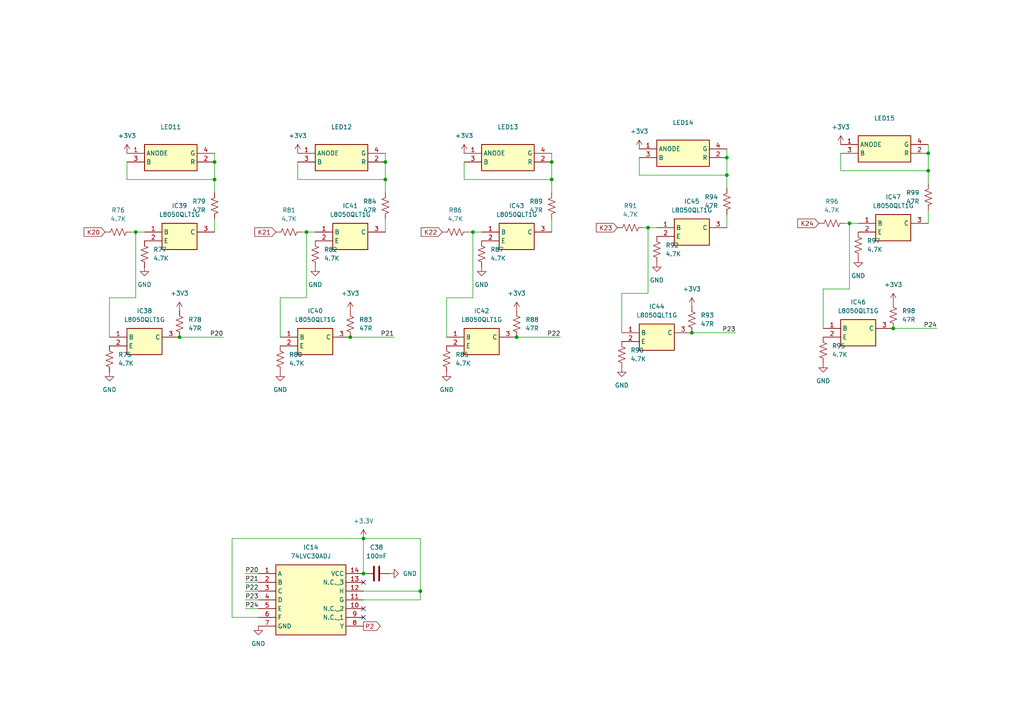
<source format=kicad_sch>
(kicad_sch
	(version 20231120)
	(generator "eeschema")
	(generator_version "8.0")
	(uuid "a79ae4b2-2ee4-4d86-8705-9f79756d07db")
	(paper "A4")
	(lib_symbols
		(symbol "74LVC30ADJ:74LVC30ADJ"
			(exclude_from_sim no)
			(in_bom yes)
			(on_board yes)
			(property "Reference" "IC"
				(at 26.67 7.62 0)
				(effects
					(font
						(size 1.27 1.27)
					)
					(justify left top)
				)
			)
			(property "Value" "74LVC30ADJ"
				(at 26.67 5.08 0)
				(effects
					(font
						(size 1.27 1.27)
					)
					(justify left top)
				)
			)
			(property "Footprint" "SOIC127P600X175-14N"
				(at 26.67 -94.92 0)
				(effects
					(font
						(size 1.27 1.27)
					)
					(justify left top)
					(hide yes)
				)
			)
			(property "Datasheet" "https://assets.nexperia.com/documents/data-sheet/74LVC30A.pdf"
				(at 26.67 -194.92 0)
				(effects
					(font
						(size 1.27 1.27)
					)
					(justify left top)
					(hide yes)
				)
			)
			(property "Description" "74LVC30A - 8-input NAND gate@en-us"
				(at 0 0 0)
				(effects
					(font
						(size 1.27 1.27)
					)
					(hide yes)
				)
			)
			(property "Height" "1.75"
				(at 26.67 -394.92 0)
				(effects
					(font
						(size 1.27 1.27)
					)
					(justify left top)
					(hide yes)
				)
			)
			(property "Manufacturer_Name" "Nexperia"
				(at 26.67 -494.92 0)
				(effects
					(font
						(size 1.27 1.27)
					)
					(justify left top)
					(hide yes)
				)
			)
			(property "Manufacturer_Part_Number" "74LVC30ADJ"
				(at 26.67 -594.92 0)
				(effects
					(font
						(size 1.27 1.27)
					)
					(justify left top)
					(hide yes)
				)
			)
			(property "Mouser Part Number" "771-74LVC30ADJ"
				(at 26.67 -694.92 0)
				(effects
					(font
						(size 1.27 1.27)
					)
					(justify left top)
					(hide yes)
				)
			)
			(property "Mouser Price/Stock" "https://www.mouser.com/Search/Refine.aspx?Keyword=771-74LVC30ADJ"
				(at 26.67 -794.92 0)
				(effects
					(font
						(size 1.27 1.27)
					)
					(justify left top)
					(hide yes)
				)
			)
			(property "Arrow Part Number" "74LVC30ADJ"
				(at 26.67 -894.92 0)
				(effects
					(font
						(size 1.27 1.27)
					)
					(justify left top)
					(hide yes)
				)
			)
			(property "Arrow Price/Stock" "https://www.arrow.com/en/products/74lvc30adj/nexperia?region=nac"
				(at 26.67 -994.92 0)
				(effects
					(font
						(size 1.27 1.27)
					)
					(justify left top)
					(hide yes)
				)
			)
			(symbol "74LVC30ADJ_1_1"
				(rectangle
					(start 5.08 2.54)
					(end 25.4 -17.78)
					(stroke
						(width 0.254)
						(type default)
					)
					(fill
						(type background)
					)
				)
				(pin passive line
					(at 0 0 0)
					(length 5.08)
					(name "A"
						(effects
							(font
								(size 1.27 1.27)
							)
						)
					)
					(number "1"
						(effects
							(font
								(size 1.27 1.27)
							)
						)
					)
				)
				(pin passive line
					(at 30.48 -10.16 180)
					(length 5.08)
					(name "N.C._2"
						(effects
							(font
								(size 1.27 1.27)
							)
						)
					)
					(number "10"
						(effects
							(font
								(size 1.27 1.27)
							)
						)
					)
				)
				(pin passive line
					(at 30.48 -7.62 180)
					(length 5.08)
					(name "G"
						(effects
							(font
								(size 1.27 1.27)
							)
						)
					)
					(number "11"
						(effects
							(font
								(size 1.27 1.27)
							)
						)
					)
				)
				(pin passive line
					(at 30.48 -5.08 180)
					(length 5.08)
					(name "H"
						(effects
							(font
								(size 1.27 1.27)
							)
						)
					)
					(number "12"
						(effects
							(font
								(size 1.27 1.27)
							)
						)
					)
				)
				(pin passive line
					(at 30.48 -2.54 180)
					(length 5.08)
					(name "N.C._3"
						(effects
							(font
								(size 1.27 1.27)
							)
						)
					)
					(number "13"
						(effects
							(font
								(size 1.27 1.27)
							)
						)
					)
				)
				(pin passive line
					(at 30.48 0 180)
					(length 5.08)
					(name "VCC"
						(effects
							(font
								(size 1.27 1.27)
							)
						)
					)
					(number "14"
						(effects
							(font
								(size 1.27 1.27)
							)
						)
					)
				)
				(pin passive line
					(at 0 -2.54 0)
					(length 5.08)
					(name "B"
						(effects
							(font
								(size 1.27 1.27)
							)
						)
					)
					(number "2"
						(effects
							(font
								(size 1.27 1.27)
							)
						)
					)
				)
				(pin passive line
					(at 0 -5.08 0)
					(length 5.08)
					(name "C"
						(effects
							(font
								(size 1.27 1.27)
							)
						)
					)
					(number "3"
						(effects
							(font
								(size 1.27 1.27)
							)
						)
					)
				)
				(pin passive line
					(at 0 -7.62 0)
					(length 5.08)
					(name "D"
						(effects
							(font
								(size 1.27 1.27)
							)
						)
					)
					(number "4"
						(effects
							(font
								(size 1.27 1.27)
							)
						)
					)
				)
				(pin passive line
					(at 0 -10.16 0)
					(length 5.08)
					(name "E"
						(effects
							(font
								(size 1.27 1.27)
							)
						)
					)
					(number "5"
						(effects
							(font
								(size 1.27 1.27)
							)
						)
					)
				)
				(pin passive line
					(at 0 -12.7 0)
					(length 5.08)
					(name "F"
						(effects
							(font
								(size 1.27 1.27)
							)
						)
					)
					(number "6"
						(effects
							(font
								(size 1.27 1.27)
							)
						)
					)
				)
				(pin passive line
					(at 0 -15.24 0)
					(length 5.08)
					(name "GND"
						(effects
							(font
								(size 1.27 1.27)
							)
						)
					)
					(number "7"
						(effects
							(font
								(size 1.27 1.27)
							)
						)
					)
				)
				(pin passive line
					(at 30.48 -15.24 180)
					(length 5.08)
					(name "Y"
						(effects
							(font
								(size 1.27 1.27)
							)
						)
					)
					(number "8"
						(effects
							(font
								(size 1.27 1.27)
							)
						)
					)
				)
				(pin passive line
					(at 30.48 -12.7 180)
					(length 5.08)
					(name "N.C._1"
						(effects
							(font
								(size 1.27 1.27)
							)
						)
					)
					(number "9"
						(effects
							(font
								(size 1.27 1.27)
							)
						)
					)
				)
			)
		)
		(symbol "Device:C"
			(pin_numbers hide)
			(pin_names
				(offset 0.254)
			)
			(exclude_from_sim no)
			(in_bom yes)
			(on_board yes)
			(property "Reference" "C"
				(at 0.635 2.54 0)
				(effects
					(font
						(size 1.27 1.27)
					)
					(justify left)
				)
			)
			(property "Value" "C"
				(at 0.635 -2.54 0)
				(effects
					(font
						(size 1.27 1.27)
					)
					(justify left)
				)
			)
			(property "Footprint" ""
				(at 0.9652 -3.81 0)
				(effects
					(font
						(size 1.27 1.27)
					)
					(hide yes)
				)
			)
			(property "Datasheet" "~"
				(at 0 0 0)
				(effects
					(font
						(size 1.27 1.27)
					)
					(hide yes)
				)
			)
			(property "Description" "Unpolarized capacitor"
				(at 0 0 0)
				(effects
					(font
						(size 1.27 1.27)
					)
					(hide yes)
				)
			)
			(property "ki_keywords" "cap capacitor"
				(at 0 0 0)
				(effects
					(font
						(size 1.27 1.27)
					)
					(hide yes)
				)
			)
			(property "ki_fp_filters" "C_*"
				(at 0 0 0)
				(effects
					(font
						(size 1.27 1.27)
					)
					(hide yes)
				)
			)
			(symbol "C_0_1"
				(polyline
					(pts
						(xy -2.032 -0.762) (xy 2.032 -0.762)
					)
					(stroke
						(width 0.508)
						(type default)
					)
					(fill
						(type none)
					)
				)
				(polyline
					(pts
						(xy -2.032 0.762) (xy 2.032 0.762)
					)
					(stroke
						(width 0.508)
						(type default)
					)
					(fill
						(type none)
					)
				)
			)
			(symbol "C_1_1"
				(pin passive line
					(at 0 3.81 270)
					(length 2.794)
					(name "~"
						(effects
							(font
								(size 1.27 1.27)
							)
						)
					)
					(number "1"
						(effects
							(font
								(size 1.27 1.27)
							)
						)
					)
				)
				(pin passive line
					(at 0 -3.81 90)
					(length 2.794)
					(name "~"
						(effects
							(font
								(size 1.27 1.27)
							)
						)
					)
					(number "2"
						(effects
							(font
								(size 1.27 1.27)
							)
						)
					)
				)
			)
		)
		(symbol "Device:R_US"
			(pin_numbers hide)
			(pin_names
				(offset 0)
			)
			(exclude_from_sim no)
			(in_bom yes)
			(on_board yes)
			(property "Reference" "R"
				(at 2.54 0 90)
				(effects
					(font
						(size 1.27 1.27)
					)
				)
			)
			(property "Value" "R_US"
				(at -2.54 0 90)
				(effects
					(font
						(size 1.27 1.27)
					)
				)
			)
			(property "Footprint" ""
				(at 1.016 -0.254 90)
				(effects
					(font
						(size 1.27 1.27)
					)
					(hide yes)
				)
			)
			(property "Datasheet" "~"
				(at 0 0 0)
				(effects
					(font
						(size 1.27 1.27)
					)
					(hide yes)
				)
			)
			(property "Description" "Resistor, US symbol"
				(at 0 0 0)
				(effects
					(font
						(size 1.27 1.27)
					)
					(hide yes)
				)
			)
			(property "ki_keywords" "R res resistor"
				(at 0 0 0)
				(effects
					(font
						(size 1.27 1.27)
					)
					(hide yes)
				)
			)
			(property "ki_fp_filters" "R_*"
				(at 0 0 0)
				(effects
					(font
						(size 1.27 1.27)
					)
					(hide yes)
				)
			)
			(symbol "R_US_0_1"
				(polyline
					(pts
						(xy 0 -2.286) (xy 0 -2.54)
					)
					(stroke
						(width 0)
						(type default)
					)
					(fill
						(type none)
					)
				)
				(polyline
					(pts
						(xy 0 2.286) (xy 0 2.54)
					)
					(stroke
						(width 0)
						(type default)
					)
					(fill
						(type none)
					)
				)
				(polyline
					(pts
						(xy 0 -0.762) (xy 1.016 -1.143) (xy 0 -1.524) (xy -1.016 -1.905) (xy 0 -2.286)
					)
					(stroke
						(width 0)
						(type default)
					)
					(fill
						(type none)
					)
				)
				(polyline
					(pts
						(xy 0 0.762) (xy 1.016 0.381) (xy 0 0) (xy -1.016 -0.381) (xy 0 -0.762)
					)
					(stroke
						(width 0)
						(type default)
					)
					(fill
						(type none)
					)
				)
				(polyline
					(pts
						(xy 0 2.286) (xy 1.016 1.905) (xy 0 1.524) (xy -1.016 1.143) (xy 0 0.762)
					)
					(stroke
						(width 0)
						(type default)
					)
					(fill
						(type none)
					)
				)
			)
			(symbol "R_US_1_1"
				(pin passive line
					(at 0 3.81 270)
					(length 1.27)
					(name "~"
						(effects
							(font
								(size 1.27 1.27)
							)
						)
					)
					(number "1"
						(effects
							(font
								(size 1.27 1.27)
							)
						)
					)
				)
				(pin passive line
					(at 0 -3.81 90)
					(length 1.27)
					(name "~"
						(effects
							(font
								(size 1.27 1.27)
							)
						)
					)
					(number "2"
						(effects
							(font
								(size 1.27 1.27)
							)
						)
					)
				)
			)
		)
		(symbol "L8050QLT1G:L8050QLT1G"
			(exclude_from_sim no)
			(in_bom yes)
			(on_board yes)
			(property "Reference" "IC"
				(at 16.51 7.62 0)
				(effects
					(font
						(size 1.27 1.27)
					)
					(justify left top)
				)
			)
			(property "Value" "L8050QLT1G"
				(at 16.51 5.08 0)
				(effects
					(font
						(size 1.27 1.27)
					)
					(justify left top)
				)
			)
			(property "Footprint" "L8050QLT1G"
				(at 16.51 -94.92 0)
				(effects
					(font
						(size 1.27 1.27)
					)
					(justify left top)
					(hide yes)
				)
			)
			(property "Datasheet" "https://datasheet.datasheetarchive.com/originals/distributors/Datasheets-28/DSA-558356.pdf"
				(at 16.51 -194.92 0)
				(effects
					(font
						(size 1.27 1.27)
					)
					(justify left top)
					(hide yes)
				)
			)
			(property "Description" "Trans GP BJT NPN 25V 0.8A 3-Pin SOT-23 T/R"
				(at 0 0 0)
				(effects
					(font
						(size 1.27 1.27)
					)
					(hide yes)
				)
			)
			(property "Height" "1.11"
				(at 16.51 -394.92 0)
				(effects
					(font
						(size 1.27 1.27)
					)
					(justify left top)
					(hide yes)
				)
			)
			(property "Manufacturer_Name" "LRC"
				(at 16.51 -494.92 0)
				(effects
					(font
						(size 1.27 1.27)
					)
					(justify left top)
					(hide yes)
				)
			)
			(property "Manufacturer_Part_Number" "L8050QLT1G"
				(at 16.51 -594.92 0)
				(effects
					(font
						(size 1.27 1.27)
					)
					(justify left top)
					(hide yes)
				)
			)
			(property "Mouser Part Number" ""
				(at 16.51 -694.92 0)
				(effects
					(font
						(size 1.27 1.27)
					)
					(justify left top)
					(hide yes)
				)
			)
			(property "Mouser Price/Stock" ""
				(at 16.51 -794.92 0)
				(effects
					(font
						(size 1.27 1.27)
					)
					(justify left top)
					(hide yes)
				)
			)
			(property "Arrow Part Number" ""
				(at 16.51 -894.92 0)
				(effects
					(font
						(size 1.27 1.27)
					)
					(justify left top)
					(hide yes)
				)
			)
			(property "Arrow Price/Stock" ""
				(at 16.51 -994.92 0)
				(effects
					(font
						(size 1.27 1.27)
					)
					(justify left top)
					(hide yes)
				)
			)
			(symbol "L8050QLT1G_1_1"
				(rectangle
					(start 5.08 2.54)
					(end 15.24 -5.08)
					(stroke
						(width 0.254)
						(type default)
					)
					(fill
						(type background)
					)
				)
				(pin passive line
					(at 0 0 0)
					(length 5.08)
					(name "B"
						(effects
							(font
								(size 1.27 1.27)
							)
						)
					)
					(number "1"
						(effects
							(font
								(size 1.27 1.27)
							)
						)
					)
				)
				(pin passive line
					(at 0 -2.54 0)
					(length 5.08)
					(name "E"
						(effects
							(font
								(size 1.27 1.27)
							)
						)
					)
					(number "2"
						(effects
							(font
								(size 1.27 1.27)
							)
						)
					)
				)
				(pin passive line
					(at 20.32 0 180)
					(length 5.08)
					(name "C"
						(effects
							(font
								(size 1.27 1.27)
							)
						)
					)
					(number "3"
						(effects
							(font
								(size 1.27 1.27)
							)
						)
					)
				)
			)
		)
		(symbol "LTRBR37G-4R4S-0125-0-2-R18:LTRBR37G-4R4S-0125-0-2-R18"
			(exclude_from_sim no)
			(in_bom yes)
			(on_board yes)
			(property "Reference" "LED"
				(at 21.59 7.62 0)
				(effects
					(font
						(size 1.27 1.27)
					)
					(justify left top)
				)
			)
			(property "Value" "LTRBR37G-4R4S-0125-0-2-R18"
				(at 21.59 5.08 0)
				(effects
					(font
						(size 1.27 1.27)
					)
					(justify left top)
				)
			)
			(property "Footprint" "LTRBR37G4R4S012502R18"
				(at 21.59 -94.92 0)
				(effects
					(font
						(size 1.27 1.27)
					)
					(justify left top)
					(hide yes)
				)
			)
			(property "Datasheet" "https://dammedia.osram.info/media/resource/hires/osram-dam-6751107/LTRB%20R37G_EN.pdf"
				(at 21.59 -194.92 0)
				(effects
					(font
						(size 1.27 1.27)
					)
					(justify left top)
					(hide yes)
				)
			)
			(property "Description" "Standard LEDs - SMD RGB LED"
				(at 0 0 0)
				(effects
					(font
						(size 1.27 1.27)
					)
					(hide yes)
				)
			)
			(property "Height" "0.35"
				(at 21.59 -394.92 0)
				(effects
					(font
						(size 1.27 1.27)
					)
					(justify left top)
					(hide yes)
				)
			)
			(property "Manufacturer_Name" "ams OSRAM"
				(at 21.59 -494.92 0)
				(effects
					(font
						(size 1.27 1.27)
					)
					(justify left top)
					(hide yes)
				)
			)
			(property "Manufacturer_Part_Number" "LTRBR37G-4R4S-0125-0-2-R18"
				(at 21.59 -594.92 0)
				(effects
					(font
						(size 1.27 1.27)
					)
					(justify left top)
					(hide yes)
				)
			)
			(property "Mouser Part Number" "720-LTRBR37GA6714"
				(at 21.59 -694.92 0)
				(effects
					(font
						(size 1.27 1.27)
					)
					(justify left top)
					(hide yes)
				)
			)
			(property "Mouser Price/Stock" "https://www.mouser.co.uk/ProductDetail/OSRAM-Opto-Semiconductors/LTRBR37G-4R4S-0125-0-2-R18?qs=PzGy0jfpSMv%252B%2FTjn17xfbA%3D%3D"
				(at 21.59 -794.92 0)
				(effects
					(font
						(size 1.27 1.27)
					)
					(justify left top)
					(hide yes)
				)
			)
			(property "Arrow Part Number" "LTRBR37G-4R4S-0125-0-2-R18"
				(at 21.59 -894.92 0)
				(effects
					(font
						(size 1.27 1.27)
					)
					(justify left top)
					(hide yes)
				)
			)
			(property "Arrow Price/Stock" "https://www.arrow.com/en/products/ltrbr37g-4r4s-0125-0-2-r18/osram-opto-semiconductors?region=nac"
				(at 21.59 -994.92 0)
				(effects
					(font
						(size 1.27 1.27)
					)
					(justify left top)
					(hide yes)
				)
			)
			(symbol "LTRBR37G-4R4S-0125-0-2-R18_1_1"
				(rectangle
					(start 5.08 2.54)
					(end 20.32 -5.08)
					(stroke
						(width 0.254)
						(type default)
					)
					(fill
						(type background)
					)
				)
				(pin passive line
					(at 25.4 0 180)
					(length 5.08)
					(name "ANODE"
						(effects
							(font
								(size 1.27 1.27)
							)
						)
					)
					(number "1"
						(effects
							(font
								(size 1.27 1.27)
							)
						)
					)
				)
				(pin passive line
					(at 0 -2.54 0)
					(length 5.08)
					(name "R"
						(effects
							(font
								(size 1.27 1.27)
							)
						)
					)
					(number "2"
						(effects
							(font
								(size 1.27 1.27)
							)
						)
					)
				)
				(pin passive line
					(at 25.4 -2.54 180)
					(length 5.08)
					(name "B"
						(effects
							(font
								(size 1.27 1.27)
							)
						)
					)
					(number "3"
						(effects
							(font
								(size 1.27 1.27)
							)
						)
					)
				)
				(pin passive line
					(at 0 0 0)
					(length 5.08)
					(name "G"
						(effects
							(font
								(size 1.27 1.27)
							)
						)
					)
					(number "4"
						(effects
							(font
								(size 1.27 1.27)
							)
						)
					)
				)
			)
		)
		(symbol "power:+3.3V"
			(power)
			(pin_numbers hide)
			(pin_names
				(offset 0) hide)
			(exclude_from_sim no)
			(in_bom yes)
			(on_board yes)
			(property "Reference" "#PWR"
				(at 0 -3.81 0)
				(effects
					(font
						(size 1.27 1.27)
					)
					(hide yes)
				)
			)
			(property "Value" "+3.3V"
				(at 0 3.556 0)
				(effects
					(font
						(size 1.27 1.27)
					)
				)
			)
			(property "Footprint" ""
				(at 0 0 0)
				(effects
					(font
						(size 1.27 1.27)
					)
					(hide yes)
				)
			)
			(property "Datasheet" ""
				(at 0 0 0)
				(effects
					(font
						(size 1.27 1.27)
					)
					(hide yes)
				)
			)
			(property "Description" "Power symbol creates a global label with name \"+3.3V\""
				(at 0 0 0)
				(effects
					(font
						(size 1.27 1.27)
					)
					(hide yes)
				)
			)
			(property "ki_keywords" "global power"
				(at 0 0 0)
				(effects
					(font
						(size 1.27 1.27)
					)
					(hide yes)
				)
			)
			(symbol "+3.3V_0_1"
				(polyline
					(pts
						(xy -0.762 1.27) (xy 0 2.54)
					)
					(stroke
						(width 0)
						(type default)
					)
					(fill
						(type none)
					)
				)
				(polyline
					(pts
						(xy 0 0) (xy 0 2.54)
					)
					(stroke
						(width 0)
						(type default)
					)
					(fill
						(type none)
					)
				)
				(polyline
					(pts
						(xy 0 2.54) (xy 0.762 1.27)
					)
					(stroke
						(width 0)
						(type default)
					)
					(fill
						(type none)
					)
				)
			)
			(symbol "+3.3V_1_1"
				(pin power_in line
					(at 0 0 90)
					(length 0)
					(name "~"
						(effects
							(font
								(size 1.27 1.27)
							)
						)
					)
					(number "1"
						(effects
							(font
								(size 1.27 1.27)
							)
						)
					)
				)
			)
		)
		(symbol "power:+3V3"
			(power)
			(pin_numbers hide)
			(pin_names
				(offset 0) hide)
			(exclude_from_sim no)
			(in_bom yes)
			(on_board yes)
			(property "Reference" "#PWR"
				(at 0 -3.81 0)
				(effects
					(font
						(size 1.27 1.27)
					)
					(hide yes)
				)
			)
			(property "Value" "+3V3"
				(at 0 3.556 0)
				(effects
					(font
						(size 1.27 1.27)
					)
				)
			)
			(property "Footprint" ""
				(at 0 0 0)
				(effects
					(font
						(size 1.27 1.27)
					)
					(hide yes)
				)
			)
			(property "Datasheet" ""
				(at 0 0 0)
				(effects
					(font
						(size 1.27 1.27)
					)
					(hide yes)
				)
			)
			(property "Description" "Power symbol creates a global label with name \"+3V3\""
				(at 0 0 0)
				(effects
					(font
						(size 1.27 1.27)
					)
					(hide yes)
				)
			)
			(property "ki_keywords" "global power"
				(at 0 0 0)
				(effects
					(font
						(size 1.27 1.27)
					)
					(hide yes)
				)
			)
			(symbol "+3V3_0_1"
				(polyline
					(pts
						(xy -0.762 1.27) (xy 0 2.54)
					)
					(stroke
						(width 0)
						(type default)
					)
					(fill
						(type none)
					)
				)
				(polyline
					(pts
						(xy 0 0) (xy 0 2.54)
					)
					(stroke
						(width 0)
						(type default)
					)
					(fill
						(type none)
					)
				)
				(polyline
					(pts
						(xy 0 2.54) (xy 0.762 1.27)
					)
					(stroke
						(width 0)
						(type default)
					)
					(fill
						(type none)
					)
				)
			)
			(symbol "+3V3_1_1"
				(pin power_in line
					(at 0 0 90)
					(length 0)
					(name "~"
						(effects
							(font
								(size 1.27 1.27)
							)
						)
					)
					(number "1"
						(effects
							(font
								(size 1.27 1.27)
							)
						)
					)
				)
			)
		)
		(symbol "power:GND"
			(power)
			(pin_numbers hide)
			(pin_names
				(offset 0) hide)
			(exclude_from_sim no)
			(in_bom yes)
			(on_board yes)
			(property "Reference" "#PWR"
				(at 0 -6.35 0)
				(effects
					(font
						(size 1.27 1.27)
					)
					(hide yes)
				)
			)
			(property "Value" "GND"
				(at 0 -3.81 0)
				(effects
					(font
						(size 1.27 1.27)
					)
				)
			)
			(property "Footprint" ""
				(at 0 0 0)
				(effects
					(font
						(size 1.27 1.27)
					)
					(hide yes)
				)
			)
			(property "Datasheet" ""
				(at 0 0 0)
				(effects
					(font
						(size 1.27 1.27)
					)
					(hide yes)
				)
			)
			(property "Description" "Power symbol creates a global label with name \"GND\" , ground"
				(at 0 0 0)
				(effects
					(font
						(size 1.27 1.27)
					)
					(hide yes)
				)
			)
			(property "ki_keywords" "global power"
				(at 0 0 0)
				(effects
					(font
						(size 1.27 1.27)
					)
					(hide yes)
				)
			)
			(symbol "GND_0_1"
				(polyline
					(pts
						(xy 0 0) (xy 0 -1.27) (xy 1.27 -1.27) (xy 0 -2.54) (xy -1.27 -1.27) (xy 0 -1.27)
					)
					(stroke
						(width 0)
						(type default)
					)
					(fill
						(type none)
					)
				)
			)
			(symbol "GND_1_1"
				(pin power_in line
					(at 0 0 270)
					(length 0)
					(name "~"
						(effects
							(font
								(size 1.27 1.27)
							)
						)
					)
					(number "1"
						(effects
							(font
								(size 1.27 1.27)
							)
						)
					)
				)
			)
		)
	)
	(junction
		(at 52.07 97.79)
		(diameter 0)
		(color 0 0 0 0)
		(uuid "0285d901-d27c-46d3-9acc-b265f9c98f08")
	)
	(junction
		(at 105.41 156.21)
		(diameter 0)
		(color 0 0 0 0)
		(uuid "043a16f2-c548-46e8-941a-04136599387f")
	)
	(junction
		(at 210.82 45.72)
		(diameter 0)
		(color 0 0 0 0)
		(uuid "061e2dd2-8722-4c1a-ad80-8a43aead021c")
	)
	(junction
		(at 101.6 97.79)
		(diameter 0)
		(color 0 0 0 0)
		(uuid "12267896-f881-4eb6-92d1-8f58613f0a7c")
	)
	(junction
		(at 246.38 64.77)
		(diameter 0)
		(color 0 0 0 0)
		(uuid "19435671-a59c-478e-9ca4-dcfa1cc45000")
	)
	(junction
		(at 269.24 44.45)
		(diameter 0)
		(color 0 0 0 0)
		(uuid "3692b6c6-6941-421f-90eb-5c8616068f39")
	)
	(junction
		(at 187.96 66.04)
		(diameter 0)
		(color 0 0 0 0)
		(uuid "4f21677b-2dbb-44a8-874b-83d0f8c664b7")
	)
	(junction
		(at 62.23 46.99)
		(diameter 0)
		(color 0 0 0 0)
		(uuid "510f3221-a093-4306-86ff-f25b667bb363")
	)
	(junction
		(at 210.82 50.8)
		(diameter 0)
		(color 0 0 0 0)
		(uuid "6b62b83b-df8d-4cd2-9060-799cb3827afc")
	)
	(junction
		(at 121.92 171.45)
		(diameter 0)
		(color 0 0 0 0)
		(uuid "78e9cb6d-d342-43b3-b223-ac19ed1a5d23")
	)
	(junction
		(at 149.86 97.79)
		(diameter 0)
		(color 0 0 0 0)
		(uuid "7a6d3eab-f1f0-4543-9259-c7422d14d88f")
	)
	(junction
		(at 88.9 67.31)
		(diameter 0)
		(color 0 0 0 0)
		(uuid "7af7b181-2730-40c6-949a-e508dde89094")
	)
	(junction
		(at 111.76 52.07)
		(diameter 0)
		(color 0 0 0 0)
		(uuid "7e87e621-3c75-46eb-80b8-2531ef3e72ec")
	)
	(junction
		(at 137.16 67.31)
		(diameter 0)
		(color 0 0 0 0)
		(uuid "829ffaec-8cf0-44e2-8fb1-596156d0c170")
	)
	(junction
		(at 259.08 95.25)
		(diameter 0)
		(color 0 0 0 0)
		(uuid "8a7bc99f-f74b-4fe7-a5bb-a5ce029e3995")
	)
	(junction
		(at 62.23 52.07)
		(diameter 0)
		(color 0 0 0 0)
		(uuid "99791836-e91c-485f-9361-8a32ae0ca369")
	)
	(junction
		(at 200.66 96.52)
		(diameter 0)
		(color 0 0 0 0)
		(uuid "a27a6230-7840-450e-961c-11dadadd6837")
	)
	(junction
		(at 105.41 166.37)
		(diameter 0)
		(color 0 0 0 0)
		(uuid "c11612bd-bf3c-4760-9742-4778254ce1e1")
	)
	(junction
		(at 160.02 46.99)
		(diameter 0)
		(color 0 0 0 0)
		(uuid "c6ab53fe-9592-41f5-b9a4-0b7bae43e6d6")
	)
	(junction
		(at 269.24 49.53)
		(diameter 0)
		(color 0 0 0 0)
		(uuid "c785575c-ad9b-4860-8ae5-dd63a1a06dba")
	)
	(junction
		(at 39.37 67.31)
		(diameter 0)
		(color 0 0 0 0)
		(uuid "d0962aef-95f3-408e-838c-7565512cf04a")
	)
	(junction
		(at 160.02 52.07)
		(diameter 0)
		(color 0 0 0 0)
		(uuid "d421d6c4-b4c5-4606-ac61-f920abd13a15")
	)
	(junction
		(at 111.76 46.99)
		(diameter 0)
		(color 0 0 0 0)
		(uuid "fbb5b167-3505-40dd-9503-07f8261ba92d")
	)
	(no_connect
		(at 105.41 168.91)
		(uuid "aa935311-3a41-43f5-aaea-78decafe22b5")
	)
	(no_connect
		(at 105.41 176.53)
		(uuid "bfbaff90-569d-4b39-baed-05a84b612e81")
	)
	(no_connect
		(at 105.41 179.07)
		(uuid "f7f08c50-489e-446c-b606-e19a30401631")
	)
	(wire
		(pts
			(xy 246.38 83.82) (xy 238.76 83.82)
		)
		(stroke
			(width 0)
			(type default)
		)
		(uuid "0064f2e7-92c4-4a92-9d7f-588e59633ed1")
	)
	(wire
		(pts
			(xy 87.63 67.31) (xy 88.9 67.31)
		)
		(stroke
			(width 0)
			(type default)
		)
		(uuid "0411d695-65b4-4c6a-9b67-e1a573976e87")
	)
	(wire
		(pts
			(xy 180.34 85.09) (xy 180.34 96.52)
		)
		(stroke
			(width 0)
			(type default)
		)
		(uuid "0bb06200-acd3-4f0d-b5d4-dc4a25ce8cf4")
	)
	(wire
		(pts
			(xy 39.37 67.31) (xy 41.91 67.31)
		)
		(stroke
			(width 0)
			(type default)
		)
		(uuid "0f0a68a8-c903-466e-a477-a5ea9178abdf")
	)
	(wire
		(pts
			(xy 31.75 86.36) (xy 31.75 97.79)
		)
		(stroke
			(width 0)
			(type default)
		)
		(uuid "192903e7-4779-4b8b-950b-32cd92725f63")
	)
	(wire
		(pts
			(xy 210.82 50.8) (xy 210.82 45.72)
		)
		(stroke
			(width 0)
			(type default)
		)
		(uuid "1a4877fb-3306-4ca6-9854-36d66d884ba8")
	)
	(wire
		(pts
			(xy 62.23 44.45) (xy 62.23 46.99)
		)
		(stroke
			(width 0)
			(type default)
		)
		(uuid "1adf2800-96e7-4dec-aa47-c37ec978a3fd")
	)
	(wire
		(pts
			(xy 81.28 86.36) (xy 81.28 97.79)
		)
		(stroke
			(width 0)
			(type default)
		)
		(uuid "1d960a36-199a-4e79-aa87-d58db3316097")
	)
	(wire
		(pts
			(xy 186.69 66.04) (xy 187.96 66.04)
		)
		(stroke
			(width 0)
			(type default)
		)
		(uuid "1dd13eb2-7231-48ac-8d44-bb9fba82c40b")
	)
	(wire
		(pts
			(xy 149.86 97.79) (xy 162.56 97.79)
		)
		(stroke
			(width 0)
			(type default)
		)
		(uuid "22c51fa2-dd70-498d-986b-d456d9eb75f3")
	)
	(wire
		(pts
			(xy 36.83 52.07) (xy 62.23 52.07)
		)
		(stroke
			(width 0)
			(type default)
		)
		(uuid "27c8e305-d521-4aaa-8f26-e2b80ca1f253")
	)
	(wire
		(pts
			(xy 269.24 60.96) (xy 269.24 64.77)
		)
		(stroke
			(width 0)
			(type default)
		)
		(uuid "2a439088-1208-4905-95b0-219531a8c907")
	)
	(wire
		(pts
			(xy 269.24 53.34) (xy 269.24 49.53)
		)
		(stroke
			(width 0)
			(type default)
		)
		(uuid "2c493fad-6179-4193-b950-fff03852f5fc")
	)
	(wire
		(pts
			(xy 71.12 176.53) (xy 74.93 176.53)
		)
		(stroke
			(width 0)
			(type default)
		)
		(uuid "2d45b2a2-5bed-4d6b-972b-dea89338d654")
	)
	(wire
		(pts
			(xy 243.84 44.45) (xy 243.84 49.53)
		)
		(stroke
			(width 0)
			(type default)
		)
		(uuid "312a71a0-1fbd-4b47-98e7-8df65c919258")
	)
	(wire
		(pts
			(xy 111.76 52.07) (xy 111.76 46.99)
		)
		(stroke
			(width 0)
			(type default)
		)
		(uuid "3658c445-141d-4af2-b53f-afea573db814")
	)
	(wire
		(pts
			(xy 111.76 63.5) (xy 111.76 67.31)
		)
		(stroke
			(width 0)
			(type default)
		)
		(uuid "3a3747db-043d-4481-b69b-4475607d2b4c")
	)
	(wire
		(pts
			(xy 210.82 54.61) (xy 210.82 50.8)
		)
		(stroke
			(width 0)
			(type default)
		)
		(uuid "3aad7b0b-d168-413f-bb3b-558cd942e0df")
	)
	(wire
		(pts
			(xy 39.37 86.36) (xy 31.75 86.36)
		)
		(stroke
			(width 0)
			(type default)
		)
		(uuid "3b142a0b-e17e-4b34-98a2-da016ba848aa")
	)
	(wire
		(pts
			(xy 36.83 46.99) (xy 36.83 52.07)
		)
		(stroke
			(width 0)
			(type default)
		)
		(uuid "3c3178c0-eef0-4baf-b235-687298e19be3")
	)
	(wire
		(pts
			(xy 238.76 83.82) (xy 238.76 95.25)
		)
		(stroke
			(width 0)
			(type default)
		)
		(uuid "3d7c540f-66ba-4b5f-a089-ed17dc6402e2")
	)
	(wire
		(pts
			(xy 187.96 66.04) (xy 187.96 85.09)
		)
		(stroke
			(width 0)
			(type default)
		)
		(uuid "3ea736f7-6ed1-4d21-a783-70f0c2738802")
	)
	(wire
		(pts
			(xy 71.12 171.45) (xy 74.93 171.45)
		)
		(stroke
			(width 0)
			(type default)
		)
		(uuid "41300ddc-162d-40e0-83bf-41cd88057724")
	)
	(wire
		(pts
			(xy 160.02 52.07) (xy 160.02 46.99)
		)
		(stroke
			(width 0)
			(type default)
		)
		(uuid "415ae596-24c0-4d0d-ab1e-e1cdde691d12")
	)
	(wire
		(pts
			(xy 105.41 156.21) (xy 105.41 166.37)
		)
		(stroke
			(width 0)
			(type default)
		)
		(uuid "4783700a-0d08-49f2-b839-b2e0ce8513f2")
	)
	(wire
		(pts
			(xy 160.02 44.45) (xy 160.02 46.99)
		)
		(stroke
			(width 0)
			(type default)
		)
		(uuid "4c7a6158-da02-453f-8c3a-1fad6303d40f")
	)
	(wire
		(pts
			(xy 137.16 67.31) (xy 137.16 86.36)
		)
		(stroke
			(width 0)
			(type default)
		)
		(uuid "4f7a9636-de8b-4bf4-af9b-db38b9a2b6c2")
	)
	(wire
		(pts
			(xy 67.31 179.07) (xy 67.31 156.21)
		)
		(stroke
			(width 0)
			(type default)
		)
		(uuid "56d9c74f-ec61-4fc2-96a8-e6eed25964b8")
	)
	(wire
		(pts
			(xy 246.38 64.77) (xy 246.38 83.82)
		)
		(stroke
			(width 0)
			(type default)
		)
		(uuid "5731f499-bc5d-4ac7-a93c-357f06dd75d1")
	)
	(wire
		(pts
			(xy 67.31 156.21) (xy 105.41 156.21)
		)
		(stroke
			(width 0)
			(type default)
		)
		(uuid "6191f943-cb16-478a-a6ad-4bc23a785bca")
	)
	(wire
		(pts
			(xy 38.1 67.31) (xy 39.37 67.31)
		)
		(stroke
			(width 0)
			(type default)
		)
		(uuid "634b46a1-5cb6-4e91-bb70-3591e9373808")
	)
	(wire
		(pts
			(xy 210.82 43.18) (xy 210.82 45.72)
		)
		(stroke
			(width 0)
			(type default)
		)
		(uuid "645a69f4-39a3-4542-9e3a-168b740f4ac0")
	)
	(wire
		(pts
			(xy 185.42 45.72) (xy 185.42 50.8)
		)
		(stroke
			(width 0)
			(type default)
		)
		(uuid "664dff03-1e4b-4fcd-aa4c-22bd99747a66")
	)
	(wire
		(pts
			(xy 111.76 44.45) (xy 111.76 46.99)
		)
		(stroke
			(width 0)
			(type default)
		)
		(uuid "777abc1a-b157-4f88-816a-e799bc968c69")
	)
	(wire
		(pts
			(xy 105.41 173.99) (xy 121.92 173.99)
		)
		(stroke
			(width 0)
			(type default)
		)
		(uuid "78a8e2e9-5c3c-48bd-8d94-a60f49b94e49")
	)
	(wire
		(pts
			(xy 86.36 52.07) (xy 111.76 52.07)
		)
		(stroke
			(width 0)
			(type default)
		)
		(uuid "7b51f250-9e1c-4338-9504-1ccea3fe98b3")
	)
	(wire
		(pts
			(xy 101.6 97.79) (xy 114.3 97.79)
		)
		(stroke
			(width 0)
			(type default)
		)
		(uuid "7c68e805-1382-4c54-870d-2b9ff754331f")
	)
	(wire
		(pts
			(xy 137.16 67.31) (xy 139.7 67.31)
		)
		(stroke
			(width 0)
			(type default)
		)
		(uuid "823687ff-3603-4fa0-8cc1-df4b3c6e1cb3")
	)
	(wire
		(pts
			(xy 243.84 49.53) (xy 269.24 49.53)
		)
		(stroke
			(width 0)
			(type default)
		)
		(uuid "82a3aa3b-8cfb-43cc-8402-5c10b261390f")
	)
	(wire
		(pts
			(xy 187.96 85.09) (xy 180.34 85.09)
		)
		(stroke
			(width 0)
			(type default)
		)
		(uuid "8430fbd4-c1d9-4b4b-8d67-8ac1bf3fde29")
	)
	(wire
		(pts
			(xy 62.23 52.07) (xy 62.23 46.99)
		)
		(stroke
			(width 0)
			(type default)
		)
		(uuid "84e2828e-932b-4716-805b-9a135e88993c")
	)
	(wire
		(pts
			(xy 105.41 171.45) (xy 121.92 171.45)
		)
		(stroke
			(width 0)
			(type default)
		)
		(uuid "89ffafb8-d569-4c62-873f-5c1723a6edb4")
	)
	(wire
		(pts
			(xy 187.96 66.04) (xy 190.5 66.04)
		)
		(stroke
			(width 0)
			(type default)
		)
		(uuid "95543d08-53c8-4cbe-b29c-e8649aec1ff6")
	)
	(wire
		(pts
			(xy 71.12 168.91) (xy 74.93 168.91)
		)
		(stroke
			(width 0)
			(type default)
		)
		(uuid "973c2c44-ce34-4dd8-9eb6-d0f77e6a22bc")
	)
	(wire
		(pts
			(xy 137.16 86.36) (xy 129.54 86.36)
		)
		(stroke
			(width 0)
			(type default)
		)
		(uuid "975225ff-8092-424c-a5c6-1e8e78560042")
	)
	(wire
		(pts
			(xy 121.92 171.45) (xy 121.92 156.21)
		)
		(stroke
			(width 0)
			(type default)
		)
		(uuid "9df996e1-8992-4c58-8b7d-cf6710a0b3db")
	)
	(wire
		(pts
			(xy 129.54 86.36) (xy 129.54 97.79)
		)
		(stroke
			(width 0)
			(type default)
		)
		(uuid "a1981efc-051a-4470-a58d-10492033ac55")
	)
	(wire
		(pts
			(xy 111.76 55.88) (xy 111.76 52.07)
		)
		(stroke
			(width 0)
			(type default)
		)
		(uuid "a69a39cc-a8a3-4e09-b936-3cb0759fb906")
	)
	(wire
		(pts
			(xy 62.23 63.5) (xy 62.23 67.31)
		)
		(stroke
			(width 0)
			(type default)
		)
		(uuid "a7a15f36-fc8f-4caf-87aa-bcc74409f88e")
	)
	(wire
		(pts
			(xy 246.38 64.77) (xy 248.92 64.77)
		)
		(stroke
			(width 0)
			(type default)
		)
		(uuid "b0aa76c2-85ad-4ad9-8ff8-95927a12ce28")
	)
	(wire
		(pts
			(xy 259.08 95.25) (xy 271.78 95.25)
		)
		(stroke
			(width 0)
			(type default)
		)
		(uuid "b1dc439c-3da9-44b3-8dde-bd7fa641c156")
	)
	(wire
		(pts
			(xy 86.36 46.99) (xy 86.36 52.07)
		)
		(stroke
			(width 0)
			(type default)
		)
		(uuid "b3117a0e-6c66-430b-b683-0ba6d7aaa719")
	)
	(wire
		(pts
			(xy 121.92 156.21) (xy 105.41 156.21)
		)
		(stroke
			(width 0)
			(type default)
		)
		(uuid "b3e580a3-932c-4f67-be05-edb12804c7fd")
	)
	(wire
		(pts
			(xy 88.9 67.31) (xy 88.9 86.36)
		)
		(stroke
			(width 0)
			(type default)
		)
		(uuid "b4d0d296-bb68-4f5b-81cb-0daf60d41bea")
	)
	(wire
		(pts
			(xy 269.24 49.53) (xy 269.24 44.45)
		)
		(stroke
			(width 0)
			(type default)
		)
		(uuid "b61c2c88-c751-4f83-a5d6-29aa5097b670")
	)
	(wire
		(pts
			(xy 245.11 64.77) (xy 246.38 64.77)
		)
		(stroke
			(width 0)
			(type default)
		)
		(uuid "c2731d8d-03fd-4065-9796-ce6642339da6")
	)
	(wire
		(pts
			(xy 210.82 62.23) (xy 210.82 66.04)
		)
		(stroke
			(width 0)
			(type default)
		)
		(uuid "c42eec34-ad7d-44ec-8e6d-216268813c85")
	)
	(wire
		(pts
			(xy 39.37 67.31) (xy 39.37 86.36)
		)
		(stroke
			(width 0)
			(type default)
		)
		(uuid "c4631913-f9de-442e-a181-8f2ad6b6fc7c")
	)
	(wire
		(pts
			(xy 71.12 166.37) (xy 74.93 166.37)
		)
		(stroke
			(width 0)
			(type default)
		)
		(uuid "ca15f96c-8011-4cb0-b76f-19f106b9cb9d")
	)
	(wire
		(pts
			(xy 88.9 67.31) (xy 91.44 67.31)
		)
		(stroke
			(width 0)
			(type default)
		)
		(uuid "cab52849-55c3-4706-993a-0b56f44bd437")
	)
	(wire
		(pts
			(xy 88.9 86.36) (xy 81.28 86.36)
		)
		(stroke
			(width 0)
			(type default)
		)
		(uuid "d0030e60-7371-47ab-b520-faed7cfc21fa")
	)
	(wire
		(pts
			(xy 269.24 41.91) (xy 269.24 44.45)
		)
		(stroke
			(width 0)
			(type default)
		)
		(uuid "d1c5894f-c10e-4407-ae76-0b5399807c59")
	)
	(wire
		(pts
			(xy 160.02 55.88) (xy 160.02 52.07)
		)
		(stroke
			(width 0)
			(type default)
		)
		(uuid "d8a5c5db-fe77-419c-83bb-9ec1282bb9bd")
	)
	(wire
		(pts
			(xy 200.66 96.52) (xy 213.36 96.52)
		)
		(stroke
			(width 0)
			(type default)
		)
		(uuid "d90cea35-3584-4470-8fc9-09af5179409c")
	)
	(wire
		(pts
			(xy 135.89 67.31) (xy 137.16 67.31)
		)
		(stroke
			(width 0)
			(type default)
		)
		(uuid "dccd8c59-210c-452c-8106-81adf2b3ccd3")
	)
	(wire
		(pts
			(xy 121.92 173.99) (xy 121.92 171.45)
		)
		(stroke
			(width 0)
			(type default)
		)
		(uuid "dee7170e-f41c-4e9c-8265-29e91ed9668b")
	)
	(wire
		(pts
			(xy 160.02 63.5) (xy 160.02 67.31)
		)
		(stroke
			(width 0)
			(type default)
		)
		(uuid "e186027e-77d7-4b12-bfa3-0b98230cb34b")
	)
	(wire
		(pts
			(xy 134.62 46.99) (xy 134.62 52.07)
		)
		(stroke
			(width 0)
			(type default)
		)
		(uuid "e2937fd8-58b6-46a4-88c9-3936cb8d91ef")
	)
	(wire
		(pts
			(xy 134.62 52.07) (xy 160.02 52.07)
		)
		(stroke
			(width 0)
			(type default)
		)
		(uuid "e565a41d-a66a-4b6f-81ef-aa771459a360")
	)
	(wire
		(pts
			(xy 52.07 97.79) (xy 64.77 97.79)
		)
		(stroke
			(width 0)
			(type default)
		)
		(uuid "eb7614cf-8d7f-46c8-b93c-bcce9ec2e6e6")
	)
	(wire
		(pts
			(xy 185.42 50.8) (xy 210.82 50.8)
		)
		(stroke
			(width 0)
			(type default)
		)
		(uuid "ef00651a-4f0f-4133-a028-7dde162d265e")
	)
	(wire
		(pts
			(xy 62.23 55.88) (xy 62.23 52.07)
		)
		(stroke
			(width 0)
			(type default)
		)
		(uuid "f5666bab-a5fd-4aba-a6bb-0e9448bced98")
	)
	(wire
		(pts
			(xy 71.12 173.99) (xy 74.93 173.99)
		)
		(stroke
			(width 0)
			(type default)
		)
		(uuid "f8c857e3-a18d-4e30-bdd8-142e025a4d08")
	)
	(wire
		(pts
			(xy 74.93 179.07) (xy 67.31 179.07)
		)
		(stroke
			(width 0)
			(type default)
		)
		(uuid "ff19880c-2cb9-4f4c-995a-3ffb49f3c616")
	)
	(label "P24"
		(at 271.78 95.25 180)
		(fields_autoplaced yes)
		(effects
			(font
				(size 1.27 1.27)
			)
			(justify right bottom)
		)
		(uuid "1c4125da-236f-4d3f-b484-7e9dff01727a")
	)
	(label "P21"
		(at 114.3 97.79 180)
		(fields_autoplaced yes)
		(effects
			(font
				(size 1.27 1.27)
			)
			(justify right bottom)
		)
		(uuid "498542c6-dd53-4cd6-a662-2098657bb9fe")
	)
	(label "P21"
		(at 71.12 168.91 0)
		(fields_autoplaced yes)
		(effects
			(font
				(size 1.27 1.27)
			)
			(justify left bottom)
		)
		(uuid "4ba5fcf1-d1c2-486c-9ea5-fe9c198c4f5c")
	)
	(label "P24"
		(at 71.12 176.53 0)
		(fields_autoplaced yes)
		(effects
			(font
				(size 1.27 1.27)
			)
			(justify left bottom)
		)
		(uuid "70b961b6-e62f-40aa-b730-603f860dd143")
	)
	(label "P23"
		(at 71.12 173.99 0)
		(fields_autoplaced yes)
		(effects
			(font
				(size 1.27 1.27)
			)
			(justify left bottom)
		)
		(uuid "74d4a326-5b2a-4141-b918-dd1547ca9b7c")
	)
	(label "P23"
		(at 213.36 96.52 180)
		(fields_autoplaced yes)
		(effects
			(font
				(size 1.27 1.27)
			)
			(justify right bottom)
		)
		(uuid "9dedf849-287d-4a22-9c6d-8d231adfd081")
	)
	(label "P20"
		(at 71.12 166.37 0)
		(fields_autoplaced yes)
		(effects
			(font
				(size 1.27 1.27)
			)
			(justify left bottom)
		)
		(uuid "aad4173f-7cf4-49f6-8cae-2f6e0495421f")
	)
	(label "P22"
		(at 71.12 171.45 0)
		(fields_autoplaced yes)
		(effects
			(font
				(size 1.27 1.27)
			)
			(justify left bottom)
		)
		(uuid "bab6b893-fbf9-4967-a1f0-8fa95108cfed")
	)
	(label "P22"
		(at 162.56 97.79 180)
		(fields_autoplaced yes)
		(effects
			(font
				(size 1.27 1.27)
			)
			(justify right bottom)
		)
		(uuid "c143e8e2-d1a1-45f0-bb22-748cf80ea8ad")
	)
	(label "P20"
		(at 64.77 97.79 180)
		(fields_autoplaced yes)
		(effects
			(font
				(size 1.27 1.27)
			)
			(justify right bottom)
		)
		(uuid "f56eba2f-7cbd-44b0-83d2-ff81e8ef51ab")
	)
	(global_label "K21"
		(shape input)
		(at 80.01 67.31 180)
		(fields_autoplaced yes)
		(effects
			(font
				(size 1.27 1.27)
			)
			(justify right)
		)
		(uuid "2cc3a9fb-c5e9-4128-8268-dc36997aa5cd")
		(property "Intersheetrefs" "${INTERSHEET_REFS}"
			(at 73.3358 67.31 0)
			(effects
				(font
					(size 1.27 1.27)
				)
				(justify right)
				(hide yes)
			)
		)
	)
	(global_label "K20"
		(shape input)
		(at 30.48 67.31 180)
		(fields_autoplaced yes)
		(effects
			(font
				(size 1.27 1.27)
			)
			(justify right)
		)
		(uuid "8e83b0d4-7c55-40a7-9fb1-9a9c089a81dc")
		(property "Intersheetrefs" "${INTERSHEET_REFS}"
			(at 23.8058 67.31 0)
			(effects
				(font
					(size 1.27 1.27)
				)
				(justify right)
				(hide yes)
			)
		)
	)
	(global_label "P2"
		(shape output)
		(at 105.41 181.61 0)
		(fields_autoplaced yes)
		(effects
			(font
				(size 1.27 1.27)
			)
			(justify left)
		)
		(uuid "aa69743e-1570-4bfa-80cb-fd10ded6141f")
		(property "Intersheetrefs" "${INTERSHEET_REFS}"
			(at 110.8747 181.61 0)
			(effects
				(font
					(size 1.27 1.27)
				)
				(justify left)
				(hide yes)
			)
		)
	)
	(global_label "K24"
		(shape input)
		(at 237.49 64.77 180)
		(fields_autoplaced yes)
		(effects
			(font
				(size 1.27 1.27)
			)
			(justify right)
		)
		(uuid "ed84ad71-8732-4186-8182-659a5a171a4b")
		(property "Intersheetrefs" "${INTERSHEET_REFS}"
			(at 230.8158 64.77 0)
			(effects
				(font
					(size 1.27 1.27)
				)
				(justify right)
				(hide yes)
			)
		)
	)
	(global_label "K22"
		(shape input)
		(at 128.27 67.31 180)
		(fields_autoplaced yes)
		(effects
			(font
				(size 1.27 1.27)
			)
			(justify right)
		)
		(uuid "f56d20ba-5bf1-4c59-a0fe-6802ac608e4a")
		(property "Intersheetrefs" "${INTERSHEET_REFS}"
			(at 121.5958 67.31 0)
			(effects
				(font
					(size 1.27 1.27)
				)
				(justify right)
				(hide yes)
			)
		)
	)
	(global_label "K23"
		(shape input)
		(at 179.07 66.04 180)
		(fields_autoplaced yes)
		(effects
			(font
				(size 1.27 1.27)
			)
			(justify right)
		)
		(uuid "fc929ae7-fbb2-4dec-80b2-6ef24c5ea2c5")
		(property "Intersheetrefs" "${INTERSHEET_REFS}"
			(at 172.3958 66.04 0)
			(effects
				(font
					(size 1.27 1.27)
				)
				(justify right)
				(hide yes)
			)
		)
	)
	(symbol
		(lib_id "power:+3V3")
		(at 101.6 90.17 0)
		(unit 1)
		(exclude_from_sim no)
		(in_bom yes)
		(on_board yes)
		(dnp no)
		(fields_autoplaced yes)
		(uuid "0568d7c6-cbde-4d9d-bac3-a068882b7882")
		(property "Reference" "#PWR0134"
			(at 101.6 93.98 0)
			(effects
				(font
					(size 1.27 1.27)
				)
				(hide yes)
			)
		)
		(property "Value" "+3V3"
			(at 101.6 85.09 0)
			(effects
				(font
					(size 1.27 1.27)
				)
			)
		)
		(property "Footprint" ""
			(at 101.6 90.17 0)
			(effects
				(font
					(size 1.27 1.27)
				)
				(hide yes)
			)
		)
		(property "Datasheet" ""
			(at 101.6 90.17 0)
			(effects
				(font
					(size 1.27 1.27)
				)
				(hide yes)
			)
		)
		(property "Description" "Power symbol creates a global label with name \"+3V3\""
			(at 101.6 90.17 0)
			(effects
				(font
					(size 1.27 1.27)
				)
				(hide yes)
			)
		)
		(pin "1"
			(uuid "f603d5f1-0984-4e6e-a409-afaa4299c11a")
		)
		(instances
			(project "sdr"
				(path "/e4d3289e-0ccf-4dc8-988c-0c08b099df28/5173161a-99ce-4be9-8965-2ab6fa2fe5da"
					(reference "#PWR0134")
					(unit 1)
				)
			)
		)
	)
	(symbol
		(lib_id "L8050QLT1G:L8050QLT1G")
		(at 41.91 67.31 0)
		(unit 1)
		(exclude_from_sim no)
		(in_bom yes)
		(on_board yes)
		(dnp no)
		(fields_autoplaced yes)
		(uuid "09900b6c-f5a8-4e54-af67-b6ce5405002b")
		(property "Reference" "IC39"
			(at 52.07 59.69 0)
			(effects
				(font
					(size 1.27 1.27)
				)
			)
		)
		(property "Value" "L8050QLT1G"
			(at 52.07 62.23 0)
			(effects
				(font
					(size 1.27 1.27)
				)
			)
		)
		(property "Footprint" "L8050QLT1G"
			(at 58.42 162.23 0)
			(effects
				(font
					(size 1.27 1.27)
				)
				(justify left top)
				(hide yes)
			)
		)
		(property "Datasheet" "https://datasheet.datasheetarchive.com/originals/distributors/Datasheets-28/DSA-558356.pdf"
			(at 58.42 262.23 0)
			(effects
				(font
					(size 1.27 1.27)
				)
				(justify left top)
				(hide yes)
			)
		)
		(property "Description" "Trans GP BJT NPN 25V 0.8A 3-Pin SOT-23 T/R"
			(at 41.91 67.31 0)
			(effects
				(font
					(size 1.27 1.27)
				)
				(hide yes)
			)
		)
		(property "Height" "1.11"
			(at 58.42 462.23 0)
			(effects
				(font
					(size 1.27 1.27)
				)
				(justify left top)
				(hide yes)
			)
		)
		(property "Manufacturer_Name" "LRC"
			(at 58.42 562.23 0)
			(effects
				(font
					(size 1.27 1.27)
				)
				(justify left top)
				(hide yes)
			)
		)
		(property "Manufacturer_Part_Number" "L8050QLT1G"
			(at 58.42 662.23 0)
			(effects
				(font
					(size 1.27 1.27)
				)
				(justify left top)
				(hide yes)
			)
		)
		(property "Mouser Part Number" ""
			(at 58.42 762.23 0)
			(effects
				(font
					(size 1.27 1.27)
				)
				(justify left top)
				(hide yes)
			)
		)
		(property "Mouser Price/Stock" ""
			(at 58.42 862.23 0)
			(effects
				(font
					(size 1.27 1.27)
				)
				(justify left top)
				(hide yes)
			)
		)
		(property "Arrow Part Number" ""
			(at 58.42 962.23 0)
			(effects
				(font
					(size 1.27 1.27)
				)
				(justify left top)
				(hide yes)
			)
		)
		(property "Arrow Price/Stock" ""
			(at 58.42 1062.23 0)
			(effects
				(font
					(size 1.27 1.27)
				)
				(justify left top)
				(hide yes)
			)
		)
		(pin "3"
			(uuid "46419a7a-c528-4776-bde3-f444b7612b28")
		)
		(pin "1"
			(uuid "39f5da3c-97e8-488e-b356-504814849c4b")
		)
		(pin "2"
			(uuid "a24f4cf6-396d-4b22-970a-360cbf4a74e4")
		)
		(instances
			(project "sdr"
				(path "/e4d3289e-0ccf-4dc8-988c-0c08b099df28/5173161a-99ce-4be9-8965-2ab6fa2fe5da"
					(reference "IC39")
					(unit 1)
				)
			)
		)
	)
	(symbol
		(lib_id "power:+3V3")
		(at 243.84 41.91 0)
		(mirror y)
		(unit 1)
		(exclude_from_sim no)
		(in_bom yes)
		(on_board yes)
		(dnp no)
		(fields_autoplaced yes)
		(uuid "0ff1953a-6ea7-4e71-b757-bb3fbc0987bc")
		(property "Reference" "#PWR0146"
			(at 243.84 45.72 0)
			(effects
				(font
					(size 1.27 1.27)
				)
				(hide yes)
			)
		)
		(property "Value" "+3V3"
			(at 243.84 36.83 0)
			(effects
				(font
					(size 1.27 1.27)
				)
			)
		)
		(property "Footprint" ""
			(at 243.84 41.91 0)
			(effects
				(font
					(size 1.27 1.27)
				)
				(hide yes)
			)
		)
		(property "Datasheet" ""
			(at 243.84 41.91 0)
			(effects
				(font
					(size 1.27 1.27)
				)
				(hide yes)
			)
		)
		(property "Description" "Power symbol creates a global label with name \"+3V3\""
			(at 243.84 41.91 0)
			(effects
				(font
					(size 1.27 1.27)
				)
				(hide yes)
			)
		)
		(pin "1"
			(uuid "2a3261b1-2db9-45d0-8a4e-cfd7f41f7f55")
		)
		(instances
			(project "sdr"
				(path "/e4d3289e-0ccf-4dc8-988c-0c08b099df28/5173161a-99ce-4be9-8965-2ab6fa2fe5da"
					(reference "#PWR0146")
					(unit 1)
				)
			)
		)
	)
	(symbol
		(lib_id "power:GND")
		(at 238.76 105.41 0)
		(unit 1)
		(exclude_from_sim no)
		(in_bom yes)
		(on_board yes)
		(dnp no)
		(fields_autoplaced yes)
		(uuid "109f3893-9a8c-4b72-a112-15a16b2c535c")
		(property "Reference" "#PWR0145"
			(at 238.76 111.76 0)
			(effects
				(font
					(size 1.27 1.27)
				)
				(hide yes)
			)
		)
		(property "Value" "GND"
			(at 238.76 110.49 0)
			(effects
				(font
					(size 1.27 1.27)
				)
			)
		)
		(property "Footprint" ""
			(at 238.76 105.41 0)
			(effects
				(font
					(size 1.27 1.27)
				)
				(hide yes)
			)
		)
		(property "Datasheet" ""
			(at 238.76 105.41 0)
			(effects
				(font
					(size 1.27 1.27)
				)
				(hide yes)
			)
		)
		(property "Description" "Power symbol creates a global label with name \"GND\" , ground"
			(at 238.76 105.41 0)
			(effects
				(font
					(size 1.27 1.27)
				)
				(hide yes)
			)
		)
		(pin "1"
			(uuid "cdcc1bbe-9e16-449f-8407-958c0fa4eb08")
		)
		(instances
			(project "sdr"
				(path "/e4d3289e-0ccf-4dc8-988c-0c08b099df28/5173161a-99ce-4be9-8965-2ab6fa2fe5da"
					(reference "#PWR0145")
					(unit 1)
				)
			)
		)
	)
	(symbol
		(lib_id "L8050QLT1G:L8050QLT1G")
		(at 238.76 95.25 0)
		(unit 1)
		(exclude_from_sim no)
		(in_bom yes)
		(on_board yes)
		(dnp no)
		(fields_autoplaced yes)
		(uuid "1336f5c5-55b5-43cf-998d-f5a185c05c4d")
		(property "Reference" "IC46"
			(at 248.92 87.63 0)
			(effects
				(font
					(size 1.27 1.27)
				)
			)
		)
		(property "Value" "L8050QLT1G"
			(at 248.92 90.17 0)
			(effects
				(font
					(size 1.27 1.27)
				)
			)
		)
		(property "Footprint" "L8050QLT1G"
			(at 255.27 190.17 0)
			(effects
				(font
					(size 1.27 1.27)
				)
				(justify left top)
				(hide yes)
			)
		)
		(property "Datasheet" "https://datasheet.datasheetarchive.com/originals/distributors/Datasheets-28/DSA-558356.pdf"
			(at 255.27 290.17 0)
			(effects
				(font
					(size 1.27 1.27)
				)
				(justify left top)
				(hide yes)
			)
		)
		(property "Description" "Trans GP BJT NPN 25V 0.8A 3-Pin SOT-23 T/R"
			(at 238.76 95.25 0)
			(effects
				(font
					(size 1.27 1.27)
				)
				(hide yes)
			)
		)
		(property "Height" "1.11"
			(at 255.27 490.17 0)
			(effects
				(font
					(size 1.27 1.27)
				)
				(justify left top)
				(hide yes)
			)
		)
		(property "Manufacturer_Name" "LRC"
			(at 255.27 590.17 0)
			(effects
				(font
					(size 1.27 1.27)
				)
				(justify left top)
				(hide yes)
			)
		)
		(property "Manufacturer_Part_Number" "L8050QLT1G"
			(at 255.27 690.17 0)
			(effects
				(font
					(size 1.27 1.27)
				)
				(justify left top)
				(hide yes)
			)
		)
		(property "Mouser Part Number" ""
			(at 255.27 790.17 0)
			(effects
				(font
					(size 1.27 1.27)
				)
				(justify left top)
				(hide yes)
			)
		)
		(property "Mouser Price/Stock" ""
			(at 255.27 890.17 0)
			(effects
				(font
					(size 1.27 1.27)
				)
				(justify left top)
				(hide yes)
			)
		)
		(property "Arrow Part Number" ""
			(at 255.27 990.17 0)
			(effects
				(font
					(size 1.27 1.27)
				)
				(justify left top)
				(hide yes)
			)
		)
		(property "Arrow Price/Stock" ""
			(at 255.27 1090.17 0)
			(effects
				(font
					(size 1.27 1.27)
				)
				(justify left top)
				(hide yes)
			)
		)
		(pin "3"
			(uuid "0e4c380c-83aa-402e-aea6-9651ef96a794")
		)
		(pin "1"
			(uuid "24cca4ac-263b-406e-b151-20d0b3cce038")
		)
		(pin "2"
			(uuid "e168442f-3e1e-42b6-a3e4-51f3f689cbc3")
		)
		(instances
			(project "sdr"
				(path "/e4d3289e-0ccf-4dc8-988c-0c08b099df28/5173161a-99ce-4be9-8965-2ab6fa2fe5da"
					(reference "IC46")
					(unit 1)
				)
			)
		)
	)
	(symbol
		(lib_id "power:+3V3")
		(at 259.08 87.63 0)
		(unit 1)
		(exclude_from_sim no)
		(in_bom yes)
		(on_board yes)
		(dnp no)
		(fields_autoplaced yes)
		(uuid "1500b266-83ee-4d07-9f83-22abb1824e9f")
		(property "Reference" "#PWR0148"
			(at 259.08 91.44 0)
			(effects
				(font
					(size 1.27 1.27)
				)
				(hide yes)
			)
		)
		(property "Value" "+3V3"
			(at 259.08 82.55 0)
			(effects
				(font
					(size 1.27 1.27)
				)
			)
		)
		(property "Footprint" ""
			(at 259.08 87.63 0)
			(effects
				(font
					(size 1.27 1.27)
				)
				(hide yes)
			)
		)
		(property "Datasheet" ""
			(at 259.08 87.63 0)
			(effects
				(font
					(size 1.27 1.27)
				)
				(hide yes)
			)
		)
		(property "Description" "Power symbol creates a global label with name \"+3V3\""
			(at 259.08 87.63 0)
			(effects
				(font
					(size 1.27 1.27)
				)
				(hide yes)
			)
		)
		(pin "1"
			(uuid "5e386a30-df30-4542-a84b-9572a0ab6e86")
		)
		(instances
			(project "sdr"
				(path "/e4d3289e-0ccf-4dc8-988c-0c08b099df28/5173161a-99ce-4be9-8965-2ab6fa2fe5da"
					(reference "#PWR0148")
					(unit 1)
				)
			)
		)
	)
	(symbol
		(lib_id "L8050QLT1G:L8050QLT1G")
		(at 129.54 97.79 0)
		(unit 1)
		(exclude_from_sim no)
		(in_bom yes)
		(on_board yes)
		(dnp no)
		(fields_autoplaced yes)
		(uuid "16210d24-1700-447a-ae5b-e43640ec5477")
		(property "Reference" "IC42"
			(at 139.7 90.17 0)
			(effects
				(font
					(size 1.27 1.27)
				)
			)
		)
		(property "Value" "L8050QLT1G"
			(at 139.7 92.71 0)
			(effects
				(font
					(size 1.27 1.27)
				)
			)
		)
		(property "Footprint" "L8050QLT1G"
			(at 146.05 192.71 0)
			(effects
				(font
					(size 1.27 1.27)
				)
				(justify left top)
				(hide yes)
			)
		)
		(property "Datasheet" "https://datasheet.datasheetarchive.com/originals/distributors/Datasheets-28/DSA-558356.pdf"
			(at 146.05 292.71 0)
			(effects
				(font
					(size 1.27 1.27)
				)
				(justify left top)
				(hide yes)
			)
		)
		(property "Description" "Trans GP BJT NPN 25V 0.8A 3-Pin SOT-23 T/R"
			(at 129.54 97.79 0)
			(effects
				(font
					(size 1.27 1.27)
				)
				(hide yes)
			)
		)
		(property "Height" "1.11"
			(at 146.05 492.71 0)
			(effects
				(font
					(size 1.27 1.27)
				)
				(justify left top)
				(hide yes)
			)
		)
		(property "Manufacturer_Name" "LRC"
			(at 146.05 592.71 0)
			(effects
				(font
					(size 1.27 1.27)
				)
				(justify left top)
				(hide yes)
			)
		)
		(property "Manufacturer_Part_Number" "L8050QLT1G"
			(at 146.05 692.71 0)
			(effects
				(font
					(size 1.27 1.27)
				)
				(justify left top)
				(hide yes)
			)
		)
		(property "Mouser Part Number" ""
			(at 146.05 792.71 0)
			(effects
				(font
					(size 1.27 1.27)
				)
				(justify left top)
				(hide yes)
			)
		)
		(property "Mouser Price/Stock" ""
			(at 146.05 892.71 0)
			(effects
				(font
					(size 1.27 1.27)
				)
				(justify left top)
				(hide yes)
			)
		)
		(property "Arrow Part Number" ""
			(at 146.05 992.71 0)
			(effects
				(font
					(size 1.27 1.27)
				)
				(justify left top)
				(hide yes)
			)
		)
		(property "Arrow Price/Stock" ""
			(at 146.05 1092.71 0)
			(effects
				(font
					(size 1.27 1.27)
				)
				(justify left top)
				(hide yes)
			)
		)
		(pin "3"
			(uuid "1eb25e24-4807-4d52-8b65-8f618f73aff7")
		)
		(pin "1"
			(uuid "e2e2cfa9-02c0-4866-bf06-68b2f5c06a65")
		)
		(pin "2"
			(uuid "f719fd91-824a-4a55-9f42-fbf95c29cff4")
		)
		(instances
			(project "sdr"
				(path "/e4d3289e-0ccf-4dc8-988c-0c08b099df28/5173161a-99ce-4be9-8965-2ab6fa2fe5da"
					(reference "IC42")
					(unit 1)
				)
			)
		)
	)
	(symbol
		(lib_id "Device:R_US")
		(at 182.88 66.04 90)
		(unit 1)
		(exclude_from_sim no)
		(in_bom yes)
		(on_board yes)
		(dnp no)
		(fields_autoplaced yes)
		(uuid "1665ad5d-f3be-45e3-b9d2-30ea99f1fe01")
		(property "Reference" "R91"
			(at 182.88 59.69 90)
			(effects
				(font
					(size 1.27 1.27)
				)
			)
		)
		(property "Value" "4.7K"
			(at 182.88 62.23 90)
			(effects
				(font
					(size 1.27 1.27)
				)
			)
		)
		(property "Footprint" "Resistor_SMD:R_0603_1608Metric"
			(at 183.134 65.024 90)
			(effects
				(font
					(size 1.27 1.27)
				)
				(hide yes)
			)
		)
		(property "Datasheet" "~"
			(at 182.88 66.04 0)
			(effects
				(font
					(size 1.27 1.27)
				)
				(hide yes)
			)
		)
		(property "Description" "Resistor, US symbol"
			(at 182.88 66.04 0)
			(effects
				(font
					(size 1.27 1.27)
				)
				(hide yes)
			)
		)
		(pin "2"
			(uuid "6428827f-0fe7-4728-8d25-9dc7c7d70b8b")
		)
		(pin "1"
			(uuid "8630334c-ecb5-4be6-85e2-764ae1fe2773")
		)
		(instances
			(project "sdr"
				(path "/e4d3289e-0ccf-4dc8-988c-0c08b099df28/5173161a-99ce-4be9-8965-2ab6fa2fe5da"
					(reference "R91")
					(unit 1)
				)
			)
		)
	)
	(symbol
		(lib_id "Device:R_US")
		(at 248.92 71.12 180)
		(unit 1)
		(exclude_from_sim no)
		(in_bom yes)
		(on_board yes)
		(dnp no)
		(fields_autoplaced yes)
		(uuid "178f5432-902c-4e47-98ea-813f793c342a")
		(property "Reference" "R97"
			(at 251.46 69.8499 0)
			(effects
				(font
					(size 1.27 1.27)
				)
				(justify right)
			)
		)
		(property "Value" "4.7K"
			(at 251.46 72.3899 0)
			(effects
				(font
					(size 1.27 1.27)
				)
				(justify right)
			)
		)
		(property "Footprint" "Resistor_SMD:R_0603_1608Metric"
			(at 247.904 70.866 90)
			(effects
				(font
					(size 1.27 1.27)
				)
				(hide yes)
			)
		)
		(property "Datasheet" "~"
			(at 248.92 71.12 0)
			(effects
				(font
					(size 1.27 1.27)
				)
				(hide yes)
			)
		)
		(property "Description" "Resistor, US symbol"
			(at 248.92 71.12 0)
			(effects
				(font
					(size 1.27 1.27)
				)
				(hide yes)
			)
		)
		(pin "2"
			(uuid "52ff8670-8b9a-464e-805f-af820c9fa941")
		)
		(pin "1"
			(uuid "65aac8de-8c20-44a6-93d3-a55fb4b1a9f9")
		)
		(instances
			(project "sdr"
				(path "/e4d3289e-0ccf-4dc8-988c-0c08b099df28/5173161a-99ce-4be9-8965-2ab6fa2fe5da"
					(reference "R97")
					(unit 1)
				)
			)
		)
	)
	(symbol
		(lib_id "power:+3V3")
		(at 134.62 44.45 0)
		(mirror y)
		(unit 1)
		(exclude_from_sim no)
		(in_bom yes)
		(on_board yes)
		(dnp no)
		(fields_autoplaced yes)
		(uuid "1a24ff41-f273-4b55-bedc-2652e0d90cee")
		(property "Reference" "#PWR0138"
			(at 134.62 48.26 0)
			(effects
				(font
					(size 1.27 1.27)
				)
				(hide yes)
			)
		)
		(property "Value" "+3V3"
			(at 134.62 39.37 0)
			(effects
				(font
					(size 1.27 1.27)
				)
			)
		)
		(property "Footprint" ""
			(at 134.62 44.45 0)
			(effects
				(font
					(size 1.27 1.27)
				)
				(hide yes)
			)
		)
		(property "Datasheet" ""
			(at 134.62 44.45 0)
			(effects
				(font
					(size 1.27 1.27)
				)
				(hide yes)
			)
		)
		(property "Description" "Power symbol creates a global label with name \"+3V3\""
			(at 134.62 44.45 0)
			(effects
				(font
					(size 1.27 1.27)
				)
				(hide yes)
			)
		)
		(pin "1"
			(uuid "9350bebf-d758-49c8-bc56-71160770ed82")
		)
		(instances
			(project "sdr"
				(path "/e4d3289e-0ccf-4dc8-988c-0c08b099df28/5173161a-99ce-4be9-8965-2ab6fa2fe5da"
					(reference "#PWR0138")
					(unit 1)
				)
			)
		)
	)
	(symbol
		(lib_id "power:GND")
		(at 74.93 181.61 0)
		(unit 1)
		(exclude_from_sim no)
		(in_bom yes)
		(on_board yes)
		(dnp no)
		(fields_autoplaced yes)
		(uuid "1c822629-aca3-40bb-b927-e3b167bf2160")
		(property "Reference" "#PWR0132"
			(at 74.93 187.96 0)
			(effects
				(font
					(size 1.27 1.27)
				)
				(hide yes)
			)
		)
		(property "Value" "GND"
			(at 74.93 186.69 0)
			(effects
				(font
					(size 1.27 1.27)
				)
			)
		)
		(property "Footprint" ""
			(at 74.93 181.61 0)
			(effects
				(font
					(size 1.27 1.27)
				)
				(hide yes)
			)
		)
		(property "Datasheet" ""
			(at 74.93 181.61 0)
			(effects
				(font
					(size 1.27 1.27)
				)
				(hide yes)
			)
		)
		(property "Description" "Power symbol creates a global label with name \"GND\" , ground"
			(at 74.93 181.61 0)
			(effects
				(font
					(size 1.27 1.27)
				)
				(hide yes)
			)
		)
		(pin "1"
			(uuid "b0e9333a-af7b-44c5-848a-5c3af6992640")
		)
		(instances
			(project "sdr"
				(path "/e4d3289e-0ccf-4dc8-988c-0c08b099df28/5173161a-99ce-4be9-8965-2ab6fa2fe5da"
					(reference "#PWR0132")
					(unit 1)
				)
			)
		)
	)
	(symbol
		(lib_id "Device:R_US")
		(at 200.66 92.71 180)
		(unit 1)
		(exclude_from_sim no)
		(in_bom yes)
		(on_board yes)
		(dnp no)
		(fields_autoplaced yes)
		(uuid "1dbdf337-c26c-4332-bcac-2d687e05ef0f")
		(property "Reference" "R93"
			(at 203.2 91.4399 0)
			(effects
				(font
					(size 1.27 1.27)
				)
				(justify right)
			)
		)
		(property "Value" "47R"
			(at 203.2 93.9799 0)
			(effects
				(font
					(size 1.27 1.27)
				)
				(justify right)
			)
		)
		(property "Footprint" "Resistor_SMD:R_0603_1608Metric"
			(at 199.644 92.456 90)
			(effects
				(font
					(size 1.27 1.27)
				)
				(hide yes)
			)
		)
		(property "Datasheet" "~"
			(at 200.66 92.71 0)
			(effects
				(font
					(size 1.27 1.27)
				)
				(hide yes)
			)
		)
		(property "Description" "Resistor, US symbol"
			(at 200.66 92.71 0)
			(effects
				(font
					(size 1.27 1.27)
				)
				(hide yes)
			)
		)
		(pin "2"
			(uuid "05b17995-8a34-4c73-90c8-edc34bf11df1")
		)
		(pin "1"
			(uuid "a5eb5911-9dad-4d0f-ae1c-e76ba4745304")
		)
		(instances
			(project "sdr"
				(path "/e4d3289e-0ccf-4dc8-988c-0c08b099df28/5173161a-99ce-4be9-8965-2ab6fa2fe5da"
					(reference "R93")
					(unit 1)
				)
			)
		)
	)
	(symbol
		(lib_id "power:+3.3V")
		(at 105.41 156.21 0)
		(unit 1)
		(exclude_from_sim no)
		(in_bom yes)
		(on_board yes)
		(dnp no)
		(fields_autoplaced yes)
		(uuid "20d51e7f-240c-4d37-beb1-9dae4e9b8bb1")
		(property "Reference" "#PWR0136"
			(at 105.41 160.02 0)
			(effects
				(font
					(size 1.27 1.27)
				)
				(hide yes)
			)
		)
		(property "Value" "+3.3V"
			(at 105.41 151.13 0)
			(effects
				(font
					(size 1.27 1.27)
				)
			)
		)
		(property "Footprint" ""
			(at 105.41 156.21 0)
			(effects
				(font
					(size 1.27 1.27)
				)
				(hide yes)
			)
		)
		(property "Datasheet" ""
			(at 105.41 156.21 0)
			(effects
				(font
					(size 1.27 1.27)
				)
				(hide yes)
			)
		)
		(property "Description" "Power symbol creates a global label with name \"+3.3V\""
			(at 105.41 156.21 0)
			(effects
				(font
					(size 1.27 1.27)
				)
				(hide yes)
			)
		)
		(pin "1"
			(uuid "4902c35e-7c8a-4c1b-bd68-c07912dc0319")
		)
		(instances
			(project "sdr"
				(path "/e4d3289e-0ccf-4dc8-988c-0c08b099df28/5173161a-99ce-4be9-8965-2ab6fa2fe5da"
					(reference "#PWR0136")
					(unit 1)
				)
			)
		)
	)
	(symbol
		(lib_id "L8050QLT1G:L8050QLT1G")
		(at 180.34 96.52 0)
		(unit 1)
		(exclude_from_sim no)
		(in_bom yes)
		(on_board yes)
		(dnp no)
		(fields_autoplaced yes)
		(uuid "20fdcd42-486d-4220-b063-4347997f1988")
		(property "Reference" "IC44"
			(at 190.5 88.9 0)
			(effects
				(font
					(size 1.27 1.27)
				)
			)
		)
		(property "Value" "L8050QLT1G"
			(at 190.5 91.44 0)
			(effects
				(font
					(size 1.27 1.27)
				)
			)
		)
		(property "Footprint" "L8050QLT1G"
			(at 196.85 191.44 0)
			(effects
				(font
					(size 1.27 1.27)
				)
				(justify left top)
				(hide yes)
			)
		)
		(property "Datasheet" "https://datasheet.datasheetarchive.com/originals/distributors/Datasheets-28/DSA-558356.pdf"
			(at 196.85 291.44 0)
			(effects
				(font
					(size 1.27 1.27)
				)
				(justify left top)
				(hide yes)
			)
		)
		(property "Description" "Trans GP BJT NPN 25V 0.8A 3-Pin SOT-23 T/R"
			(at 180.34 96.52 0)
			(effects
				(font
					(size 1.27 1.27)
				)
				(hide yes)
			)
		)
		(property "Height" "1.11"
			(at 196.85 491.44 0)
			(effects
				(font
					(size 1.27 1.27)
				)
				(justify left top)
				(hide yes)
			)
		)
		(property "Manufacturer_Name" "LRC"
			(at 196.85 591.44 0)
			(effects
				(font
					(size 1.27 1.27)
				)
				(justify left top)
				(hide yes)
			)
		)
		(property "Manufacturer_Part_Number" "L8050QLT1G"
			(at 196.85 691.44 0)
			(effects
				(font
					(size 1.27 1.27)
				)
				(justify left top)
				(hide yes)
			)
		)
		(property "Mouser Part Number" ""
			(at 196.85 791.44 0)
			(effects
				(font
					(size 1.27 1.27)
				)
				(justify left top)
				(hide yes)
			)
		)
		(property "Mouser Price/Stock" ""
			(at 196.85 891.44 0)
			(effects
				(font
					(size 1.27 1.27)
				)
				(justify left top)
				(hide yes)
			)
		)
		(property "Arrow Part Number" ""
			(at 196.85 991.44 0)
			(effects
				(font
					(size 1.27 1.27)
				)
				(justify left top)
				(hide yes)
			)
		)
		(property "Arrow Price/Stock" ""
			(at 196.85 1091.44 0)
			(effects
				(font
					(size 1.27 1.27)
				)
				(justify left top)
				(hide yes)
			)
		)
		(pin "3"
			(uuid "df7e4898-f35a-4a42-8c2e-9dd527af31c2")
		)
		(pin "1"
			(uuid "2b7af197-d7b2-4dbc-928f-d4ab57cf00aa")
		)
		(pin "2"
			(uuid "1368240f-cdff-4eb2-b2c4-6e8c3c99235b")
		)
		(instances
			(project "sdr"
				(path "/e4d3289e-0ccf-4dc8-988c-0c08b099df28/5173161a-99ce-4be9-8965-2ab6fa2fe5da"
					(reference "IC44")
					(unit 1)
				)
			)
		)
	)
	(symbol
		(lib_id "Device:R_US")
		(at 132.08 67.31 90)
		(unit 1)
		(exclude_from_sim no)
		(in_bom yes)
		(on_board yes)
		(dnp no)
		(fields_autoplaced yes)
		(uuid "21ce65e1-fd2d-459d-ba0a-a46ac558a091")
		(property "Reference" "R86"
			(at 132.08 60.96 90)
			(effects
				(font
					(size 1.27 1.27)
				)
			)
		)
		(property "Value" "4.7K"
			(at 132.08 63.5 90)
			(effects
				(font
					(size 1.27 1.27)
				)
			)
		)
		(property "Footprint" "Resistor_SMD:R_0603_1608Metric"
			(at 132.334 66.294 90)
			(effects
				(font
					(size 1.27 1.27)
				)
				(hide yes)
			)
		)
		(property "Datasheet" "~"
			(at 132.08 67.31 0)
			(effects
				(font
					(size 1.27 1.27)
				)
				(hide yes)
			)
		)
		(property "Description" "Resistor, US symbol"
			(at 132.08 67.31 0)
			(effects
				(font
					(size 1.27 1.27)
				)
				(hide yes)
			)
		)
		(pin "2"
			(uuid "590d73bb-6c23-4eb2-a151-457314417c4d")
		)
		(pin "1"
			(uuid "de9a410b-6ff7-49cc-9ccf-e28a94c34e58")
		)
		(instances
			(project "sdr"
				(path "/e4d3289e-0ccf-4dc8-988c-0c08b099df28/5173161a-99ce-4be9-8965-2ab6fa2fe5da"
					(reference "R86")
					(unit 1)
				)
			)
		)
	)
	(symbol
		(lib_id "LTRBR37G-4R4S-0125-0-2-R18:LTRBR37G-4R4S-0125-0-2-R18")
		(at 62.23 44.45 0)
		(mirror y)
		(unit 1)
		(exclude_from_sim no)
		(in_bom yes)
		(on_board yes)
		(dnp no)
		(fields_autoplaced yes)
		(uuid "23910a97-0b31-45e3-b153-f5d91b9ee8d3")
		(property "Reference" "LED11"
			(at 49.53 36.83 0)
			(effects
				(font
					(size 1.27 1.27)
				)
			)
		)
		(property "Value" "LTRBR37G-4R4S-0125-0-2-R18"
			(at 49.53 39.37 0)
			(effects
				(font
					(size 1.27 1.27)
				)
				(hide yes)
			)
		)
		(property "Footprint" "LTRBR37G4R4S012502R18"
			(at 40.64 139.37 0)
			(effects
				(font
					(size 1.27 1.27)
				)
				(justify left top)
				(hide yes)
			)
		)
		(property "Datasheet" "https://dammedia.osram.info/media/resource/hires/osram-dam-6751107/LTRB%20R37G_EN.pdf"
			(at 40.64 239.37 0)
			(effects
				(font
					(size 1.27 1.27)
				)
				(justify left top)
				(hide yes)
			)
		)
		(property "Description" "Standard LEDs - SMD RGB LED"
			(at 62.23 44.45 0)
			(effects
				(font
					(size 1.27 1.27)
				)
				(hide yes)
			)
		)
		(property "Height" "0.35"
			(at 40.64 439.37 0)
			(effects
				(font
					(size 1.27 1.27)
				)
				(justify left top)
				(hide yes)
			)
		)
		(property "Manufacturer_Name" "ams OSRAM"
			(at 40.64 539.37 0)
			(effects
				(font
					(size 1.27 1.27)
				)
				(justify left top)
				(hide yes)
			)
		)
		(property "Manufacturer_Part_Number" "LTRBR37G-4R4S-0125-0-2-R18"
			(at 40.64 639.37 0)
			(effects
				(font
					(size 1.27 1.27)
				)
				(justify left top)
				(hide yes)
			)
		)
		(property "Mouser Part Number" "720-LTRBR37GA6714"
			(at 40.64 739.37 0)
			(effects
				(font
					(size 1.27 1.27)
				)
				(justify left top)
				(hide yes)
			)
		)
		(property "Mouser Price/Stock" "https://www.mouser.co.uk/ProductDetail/OSRAM-Opto-Semiconductors/LTRBR37G-4R4S-0125-0-2-R18?qs=PzGy0jfpSMv%252B%2FTjn17xfbA%3D%3D"
			(at 40.64 839.37 0)
			(effects
				(font
					(size 1.27 1.27)
				)
				(justify left top)
				(hide yes)
			)
		)
		(property "Arrow Part Number" "LTRBR37G-4R4S-0125-0-2-R18"
			(at 40.64 939.37 0)
			(effects
				(font
					(size 1.27 1.27)
				)
				(justify left top)
				(hide yes)
			)
		)
		(property "Arrow Price/Stock" "https://www.arrow.com/en/products/ltrbr37g-4r4s-0125-0-2-r18/osram-opto-semiconductors?region=nac"
			(at 40.64 1039.37 0)
			(effects
				(font
					(size 1.27 1.27)
				)
				(justify left top)
				(hide yes)
			)
		)
		(pin "2"
			(uuid "1394c9f1-b7d8-40d5-9c48-ebdfa036ce8e")
		)
		(pin "1"
			(uuid "df9f966b-ab31-48ef-b2e3-e31e62fc99f7")
		)
		(pin "4"
			(uuid "b652f199-83e6-49d6-b7a4-654f1e2d2db6")
		)
		(pin "3"
			(uuid "b43c848d-11a7-4494-bc9e-5b8f76369b59")
		)
		(instances
			(project "sdr"
				(path "/e4d3289e-0ccf-4dc8-988c-0c08b099df28/5173161a-99ce-4be9-8965-2ab6fa2fe5da"
					(reference "LED11")
					(unit 1)
				)
			)
		)
	)
	(symbol
		(lib_id "Device:R_US")
		(at 101.6 93.98 180)
		(unit 1)
		(exclude_from_sim no)
		(in_bom yes)
		(on_board yes)
		(dnp no)
		(fields_autoplaced yes)
		(uuid "268cd809-6818-42ce-8284-264188b74b2f")
		(property "Reference" "R83"
			(at 104.14 92.7099 0)
			(effects
				(font
					(size 1.27 1.27)
				)
				(justify right)
			)
		)
		(property "Value" "47R"
			(at 104.14 95.2499 0)
			(effects
				(font
					(size 1.27 1.27)
				)
				(justify right)
			)
		)
		(property "Footprint" "Resistor_SMD:R_0603_1608Metric"
			(at 100.584 93.726 90)
			(effects
				(font
					(size 1.27 1.27)
				)
				(hide yes)
			)
		)
		(property "Datasheet" "~"
			(at 101.6 93.98 0)
			(effects
				(font
					(size 1.27 1.27)
				)
				(hide yes)
			)
		)
		(property "Description" "Resistor, US symbol"
			(at 101.6 93.98 0)
			(effects
				(font
					(size 1.27 1.27)
				)
				(hide yes)
			)
		)
		(pin "2"
			(uuid "434d6a08-42aa-4198-ad88-aae1ad8376fd")
		)
		(pin "1"
			(uuid "cc7c1c1d-345d-4fcd-959a-25f1d3f92186")
		)
		(instances
			(project "sdr"
				(path "/e4d3289e-0ccf-4dc8-988c-0c08b099df28/5173161a-99ce-4be9-8965-2ab6fa2fe5da"
					(reference "R83")
					(unit 1)
				)
			)
		)
	)
	(symbol
		(lib_id "Device:R_US")
		(at 190.5 72.39 180)
		(unit 1)
		(exclude_from_sim no)
		(in_bom yes)
		(on_board yes)
		(dnp no)
		(fields_autoplaced yes)
		(uuid "30269b4d-f6c1-4399-b364-afde41a6017d")
		(property "Reference" "R92"
			(at 193.04 71.1199 0)
			(effects
				(font
					(size 1.27 1.27)
				)
				(justify right)
			)
		)
		(property "Value" "4.7K"
			(at 193.04 73.6599 0)
			(effects
				(font
					(size 1.27 1.27)
				)
				(justify right)
			)
		)
		(property "Footprint" "Resistor_SMD:R_0603_1608Metric"
			(at 189.484 72.136 90)
			(effects
				(font
					(size 1.27 1.27)
				)
				(hide yes)
			)
		)
		(property "Datasheet" "~"
			(at 190.5 72.39 0)
			(effects
				(font
					(size 1.27 1.27)
				)
				(hide yes)
			)
		)
		(property "Description" "Resistor, US symbol"
			(at 190.5 72.39 0)
			(effects
				(font
					(size 1.27 1.27)
				)
				(hide yes)
			)
		)
		(pin "2"
			(uuid "7d755a54-1fc6-49a0-b9ed-af3dd4cc216d")
		)
		(pin "1"
			(uuid "02f5e500-bff1-4472-a78b-7fdce2459e0f")
		)
		(instances
			(project "sdr"
				(path "/e4d3289e-0ccf-4dc8-988c-0c08b099df28/5173161a-99ce-4be9-8965-2ab6fa2fe5da"
					(reference "R92")
					(unit 1)
				)
			)
		)
	)
	(symbol
		(lib_id "Device:R_US")
		(at 52.07 93.98 180)
		(unit 1)
		(exclude_from_sim no)
		(in_bom yes)
		(on_board yes)
		(dnp no)
		(fields_autoplaced yes)
		(uuid "33971385-a45a-455d-8eef-5395a6b7bfd7")
		(property "Reference" "R78"
			(at 54.61 92.7099 0)
			(effects
				(font
					(size 1.27 1.27)
				)
				(justify right)
			)
		)
		(property "Value" "47R"
			(at 54.61 95.2499 0)
			(effects
				(font
					(size 1.27 1.27)
				)
				(justify right)
			)
		)
		(property "Footprint" "Resistor_SMD:R_0603_1608Metric"
			(at 51.054 93.726 90)
			(effects
				(font
					(size 1.27 1.27)
				)
				(hide yes)
			)
		)
		(property "Datasheet" "~"
			(at 52.07 93.98 0)
			(effects
				(font
					(size 1.27 1.27)
				)
				(hide yes)
			)
		)
		(property "Description" "Resistor, US symbol"
			(at 52.07 93.98 0)
			(effects
				(font
					(size 1.27 1.27)
				)
				(hide yes)
			)
		)
		(pin "2"
			(uuid "c5a18be2-f997-4cdd-869a-3d3ca4de3c5b")
		)
		(pin "1"
			(uuid "001b14a3-d905-4897-8825-0ebc25d5715c")
		)
		(instances
			(project "sdr"
				(path "/e4d3289e-0ccf-4dc8-988c-0c08b099df28/5173161a-99ce-4be9-8965-2ab6fa2fe5da"
					(reference "R78")
					(unit 1)
				)
			)
		)
	)
	(symbol
		(lib_id "Device:R_US")
		(at 111.76 59.69 0)
		(mirror x)
		(unit 1)
		(exclude_from_sim no)
		(in_bom yes)
		(on_board yes)
		(dnp no)
		(fields_autoplaced yes)
		(uuid "368af8ae-04f1-4eff-bc8a-05bbad7a4b92")
		(property "Reference" "R84"
			(at 109.22 58.4199 0)
			(effects
				(font
					(size 1.27 1.27)
				)
				(justify right)
			)
		)
		(property "Value" "47R"
			(at 109.22 60.9599 0)
			(effects
				(font
					(size 1.27 1.27)
				)
				(justify right)
			)
		)
		(property "Footprint" "Resistor_SMD:R_0603_1608Metric"
			(at 112.776 59.436 90)
			(effects
				(font
					(size 1.27 1.27)
				)
				(hide yes)
			)
		)
		(property "Datasheet" "~"
			(at 111.76 59.69 0)
			(effects
				(font
					(size 1.27 1.27)
				)
				(hide yes)
			)
		)
		(property "Description" "Resistor, US symbol"
			(at 111.76 59.69 0)
			(effects
				(font
					(size 1.27 1.27)
				)
				(hide yes)
			)
		)
		(pin "2"
			(uuid "ea3efbdb-a668-4419-924c-87122f03f1b6")
		)
		(pin "1"
			(uuid "645bce77-fbd1-4cc4-91cf-e2dbb49ad5bf")
		)
		(instances
			(project "sdr"
				(path "/e4d3289e-0ccf-4dc8-988c-0c08b099df28/5173161a-99ce-4be9-8965-2ab6fa2fe5da"
					(reference "R84")
					(unit 1)
				)
			)
		)
	)
	(symbol
		(lib_id "Device:R_US")
		(at 129.54 104.14 180)
		(unit 1)
		(exclude_from_sim no)
		(in_bom yes)
		(on_board yes)
		(dnp no)
		(fields_autoplaced yes)
		(uuid "3929fdc7-b4c2-4a00-b9a1-bf3c33402cfd")
		(property "Reference" "R85"
			(at 132.08 102.8699 0)
			(effects
				(font
					(size 1.27 1.27)
				)
				(justify right)
			)
		)
		(property "Value" "4.7K"
			(at 132.08 105.4099 0)
			(effects
				(font
					(size 1.27 1.27)
				)
				(justify right)
			)
		)
		(property "Footprint" "Resistor_SMD:R_0603_1608Metric"
			(at 128.524 103.886 90)
			(effects
				(font
					(size 1.27 1.27)
				)
				(hide yes)
			)
		)
		(property "Datasheet" "~"
			(at 129.54 104.14 0)
			(effects
				(font
					(size 1.27 1.27)
				)
				(hide yes)
			)
		)
		(property "Description" "Resistor, US symbol"
			(at 129.54 104.14 0)
			(effects
				(font
					(size 1.27 1.27)
				)
				(hide yes)
			)
		)
		(pin "2"
			(uuid "ad804af8-b0ef-4b6b-8d95-84edaa0f4867")
		)
		(pin "1"
			(uuid "0ef04e96-f9f5-4bee-962c-4b40e95f1212")
		)
		(instances
			(project "sdr"
				(path "/e4d3289e-0ccf-4dc8-988c-0c08b099df28/5173161a-99ce-4be9-8965-2ab6fa2fe5da"
					(reference "R85")
					(unit 1)
				)
			)
		)
	)
	(symbol
		(lib_id "power:+3V3")
		(at 86.36 44.45 0)
		(mirror y)
		(unit 1)
		(exclude_from_sim no)
		(in_bom yes)
		(on_board yes)
		(dnp no)
		(fields_autoplaced yes)
		(uuid "3c351669-b35d-491f-9a86-866f78204684")
		(property "Reference" "#PWR0131"
			(at 86.36 48.26 0)
			(effects
				(font
					(size 1.27 1.27)
				)
				(hide yes)
			)
		)
		(property "Value" "+3V3"
			(at 86.36 39.37 0)
			(effects
				(font
					(size 1.27 1.27)
				)
			)
		)
		(property "Footprint" ""
			(at 86.36 44.45 0)
			(effects
				(font
					(size 1.27 1.27)
				)
				(hide yes)
			)
		)
		(property "Datasheet" ""
			(at 86.36 44.45 0)
			(effects
				(font
					(size 1.27 1.27)
				)
				(hide yes)
			)
		)
		(property "Description" "Power symbol creates a global label with name \"+3V3\""
			(at 86.36 44.45 0)
			(effects
				(font
					(size 1.27 1.27)
				)
				(hide yes)
			)
		)
		(pin "1"
			(uuid "374c433b-0378-452d-bcc3-01f155b29b3f")
		)
		(instances
			(project "sdr"
				(path "/e4d3289e-0ccf-4dc8-988c-0c08b099df28/5173161a-99ce-4be9-8965-2ab6fa2fe5da"
					(reference "#PWR0131")
					(unit 1)
				)
			)
		)
	)
	(symbol
		(lib_id "power:GND")
		(at 129.54 107.95 0)
		(unit 1)
		(exclude_from_sim no)
		(in_bom yes)
		(on_board yes)
		(dnp no)
		(fields_autoplaced yes)
		(uuid "50b24b71-e0fb-4b09-96b8-763b53f29d93")
		(property "Reference" "#PWR0135"
			(at 129.54 114.3 0)
			(effects
				(font
					(size 1.27 1.27)
				)
				(hide yes)
			)
		)
		(property "Value" "GND"
			(at 129.54 113.03 0)
			(effects
				(font
					(size 1.27 1.27)
				)
			)
		)
		(property "Footprint" ""
			(at 129.54 107.95 0)
			(effects
				(font
					(size 1.27 1.27)
				)
				(hide yes)
			)
		)
		(property "Datasheet" ""
			(at 129.54 107.95 0)
			(effects
				(font
					(size 1.27 1.27)
				)
				(hide yes)
			)
		)
		(property "Description" "Power symbol creates a global label with name \"GND\" , ground"
			(at 129.54 107.95 0)
			(effects
				(font
					(size 1.27 1.27)
				)
				(hide yes)
			)
		)
		(pin "1"
			(uuid "a20fc972-6538-4cad-a0a2-a4e4892f922f")
		)
		(instances
			(project "sdr"
				(path "/e4d3289e-0ccf-4dc8-988c-0c08b099df28/5173161a-99ce-4be9-8965-2ab6fa2fe5da"
					(reference "#PWR0135")
					(unit 1)
				)
			)
		)
	)
	(symbol
		(lib_id "L8050QLT1G:L8050QLT1G")
		(at 248.92 64.77 0)
		(unit 1)
		(exclude_from_sim no)
		(in_bom yes)
		(on_board yes)
		(dnp no)
		(fields_autoplaced yes)
		(uuid "54b740f7-9f0a-4600-8a45-ffaa903ff2b7")
		(property "Reference" "IC47"
			(at 259.08 57.15 0)
			(effects
				(font
					(size 1.27 1.27)
				)
			)
		)
		(property "Value" "L8050QLT1G"
			(at 259.08 59.69 0)
			(effects
				(font
					(size 1.27 1.27)
				)
			)
		)
		(property "Footprint" "L8050QLT1G"
			(at 265.43 159.69 0)
			(effects
				(font
					(size 1.27 1.27)
				)
				(justify left top)
				(hide yes)
			)
		)
		(property "Datasheet" "https://datasheet.datasheetarchive.com/originals/distributors/Datasheets-28/DSA-558356.pdf"
			(at 265.43 259.69 0)
			(effects
				(font
					(size 1.27 1.27)
				)
				(justify left top)
				(hide yes)
			)
		)
		(property "Description" "Trans GP BJT NPN 25V 0.8A 3-Pin SOT-23 T/R"
			(at 248.92 64.77 0)
			(effects
				(font
					(size 1.27 1.27)
				)
				(hide yes)
			)
		)
		(property "Height" "1.11"
			(at 265.43 459.69 0)
			(effects
				(font
					(size 1.27 1.27)
				)
				(justify left top)
				(hide yes)
			)
		)
		(property "Manufacturer_Name" "LRC"
			(at 265.43 559.69 0)
			(effects
				(font
					(size 1.27 1.27)
				)
				(justify left top)
				(hide yes)
			)
		)
		(property "Manufacturer_Part_Number" "L8050QLT1G"
			(at 265.43 659.69 0)
			(effects
				(font
					(size 1.27 1.27)
				)
				(justify left top)
				(hide yes)
			)
		)
		(property "Mouser Part Number" ""
			(at 265.43 759.69 0)
			(effects
				(font
					(size 1.27 1.27)
				)
				(justify left top)
				(hide yes)
			)
		)
		(property "Mouser Price/Stock" ""
			(at 265.43 859.69 0)
			(effects
				(font
					(size 1.27 1.27)
				)
				(justify left top)
				(hide yes)
			)
		)
		(property "Arrow Part Number" ""
			(at 265.43 959.69 0)
			(effects
				(font
					(size 1.27 1.27)
				)
				(justify left top)
				(hide yes)
			)
		)
		(property "Arrow Price/Stock" ""
			(at 265.43 1059.69 0)
			(effects
				(font
					(size 1.27 1.27)
				)
				(justify left top)
				(hide yes)
			)
		)
		(pin "3"
			(uuid "0dad8323-df3a-49ad-b068-0efd2724d422")
		)
		(pin "1"
			(uuid "ff3734e3-fc2e-424b-bbf2-73292f6e761f")
		)
		(pin "2"
			(uuid "6f5d10c1-b35d-4eb3-86e3-aed2555ef207")
		)
		(instances
			(project "sdr"
				(path "/e4d3289e-0ccf-4dc8-988c-0c08b099df28/5173161a-99ce-4be9-8965-2ab6fa2fe5da"
					(reference "IC47")
					(unit 1)
				)
			)
		)
	)
	(symbol
		(lib_id "power:+3V3")
		(at 200.66 88.9 0)
		(unit 1)
		(exclude_from_sim no)
		(in_bom yes)
		(on_board yes)
		(dnp no)
		(fields_autoplaced yes)
		(uuid "5a97b2d8-5030-4e45-9a6e-0658b1dd280f")
		(property "Reference" "#PWR0144"
			(at 200.66 92.71 0)
			(effects
				(font
					(size 1.27 1.27)
				)
				(hide yes)
			)
		)
		(property "Value" "+3V3"
			(at 200.66 83.82 0)
			(effects
				(font
					(size 1.27 1.27)
				)
			)
		)
		(property "Footprint" ""
			(at 200.66 88.9 0)
			(effects
				(font
					(size 1.27 1.27)
				)
				(hide yes)
			)
		)
		(property "Datasheet" ""
			(at 200.66 88.9 0)
			(effects
				(font
					(size 1.27 1.27)
				)
				(hide yes)
			)
		)
		(property "Description" "Power symbol creates a global label with name \"+3V3\""
			(at 200.66 88.9 0)
			(effects
				(font
					(size 1.27 1.27)
				)
				(hide yes)
			)
		)
		(pin "1"
			(uuid "4922d60f-8d23-4dbc-84b1-4506f0597b25")
		)
		(instances
			(project "sdr"
				(path "/e4d3289e-0ccf-4dc8-988c-0c08b099df28/5173161a-99ce-4be9-8965-2ab6fa2fe5da"
					(reference "#PWR0144")
					(unit 1)
				)
			)
		)
	)
	(symbol
		(lib_id "LTRBR37G-4R4S-0125-0-2-R18:LTRBR37G-4R4S-0125-0-2-R18")
		(at 269.24 41.91 0)
		(mirror y)
		(unit 1)
		(exclude_from_sim no)
		(in_bom yes)
		(on_board yes)
		(dnp no)
		(fields_autoplaced yes)
		(uuid "6087331e-7b5e-4df9-98ca-7e277cd2ab3b")
		(property "Reference" "LED15"
			(at 256.54 34.29 0)
			(effects
				(font
					(size 1.27 1.27)
				)
			)
		)
		(property "Value" "LTRBR37G-4R4S-0125-0-2-R18"
			(at 256.54 36.83 0)
			(effects
				(font
					(size 1.27 1.27)
				)
				(hide yes)
			)
		)
		(property "Footprint" "LTRBR37G4R4S012502R18"
			(at 247.65 136.83 0)
			(effects
				(font
					(size 1.27 1.27)
				)
				(justify left top)
				(hide yes)
			)
		)
		(property "Datasheet" "https://dammedia.osram.info/media/resource/hires/osram-dam-6751107/LTRB%20R37G_EN.pdf"
			(at 247.65 236.83 0)
			(effects
				(font
					(size 1.27 1.27)
				)
				(justify left top)
				(hide yes)
			)
		)
		(property "Description" "Standard LEDs - SMD RGB LED"
			(at 269.24 41.91 0)
			(effects
				(font
					(size 1.27 1.27)
				)
				(hide yes)
			)
		)
		(property "Height" "0.35"
			(at 247.65 436.83 0)
			(effects
				(font
					(size 1.27 1.27)
				)
				(justify left top)
				(hide yes)
			)
		)
		(property "Manufacturer_Name" "ams OSRAM"
			(at 247.65 536.83 0)
			(effects
				(font
					(size 1.27 1.27)
				)
				(justify left top)
				(hide yes)
			)
		)
		(property "Manufacturer_Part_Number" "LTRBR37G-4R4S-0125-0-2-R18"
			(at 247.65 636.83 0)
			(effects
				(font
					(size 1.27 1.27)
				)
				(justify left top)
				(hide yes)
			)
		)
		(property "Mouser Part Number" "720-LTRBR37GA6714"
			(at 247.65 736.83 0)
			(effects
				(font
					(size 1.27 1.27)
				)
				(justify left top)
				(hide yes)
			)
		)
		(property "Mouser Price/Stock" "https://www.mouser.co.uk/ProductDetail/OSRAM-Opto-Semiconductors/LTRBR37G-4R4S-0125-0-2-R18?qs=PzGy0jfpSMv%252B%2FTjn17xfbA%3D%3D"
			(at 247.65 836.83 0)
			(effects
				(font
					(size 1.27 1.27)
				)
				(justify left top)
				(hide yes)
			)
		)
		(property "Arrow Part Number" "LTRBR37G-4R4S-0125-0-2-R18"
			(at 247.65 936.83 0)
			(effects
				(font
					(size 1.27 1.27)
				)
				(justify left top)
				(hide yes)
			)
		)
		(property "Arrow Price/Stock" "https://www.arrow.com/en/products/ltrbr37g-4r4s-0125-0-2-r18/osram-opto-semiconductors?region=nac"
			(at 247.65 1036.83 0)
			(effects
				(font
					(size 1.27 1.27)
				)
				(justify left top)
				(hide yes)
			)
		)
		(pin "2"
			(uuid "71a02b01-4945-4dd3-a58d-626dfa39dd90")
		)
		(pin "1"
			(uuid "2b63b3bf-6d0c-4ffd-a9b4-37a18a72710f")
		)
		(pin "4"
			(uuid "3c57e86e-d1bd-4467-975b-305ca9b3e846")
		)
		(pin "3"
			(uuid "f7416790-6278-4a19-b42b-c2a786439a42")
		)
		(instances
			(project "sdr"
				(path "/e4d3289e-0ccf-4dc8-988c-0c08b099df28/5173161a-99ce-4be9-8965-2ab6fa2fe5da"
					(reference "LED15")
					(unit 1)
				)
			)
		)
	)
	(symbol
		(lib_id "power:GND")
		(at 180.34 106.68 0)
		(unit 1)
		(exclude_from_sim no)
		(in_bom yes)
		(on_board yes)
		(dnp no)
		(fields_autoplaced yes)
		(uuid "64add23e-7883-4c1c-9dc8-d17034cc7cd6")
		(property "Reference" "#PWR0141"
			(at 180.34 113.03 0)
			(effects
				(font
					(size 1.27 1.27)
				)
				(hide yes)
			)
		)
		(property "Value" "GND"
			(at 180.34 111.76 0)
			(effects
				(font
					(size 1.27 1.27)
				)
			)
		)
		(property "Footprint" ""
			(at 180.34 106.68 0)
			(effects
				(font
					(size 1.27 1.27)
				)
				(hide yes)
			)
		)
		(property "Datasheet" ""
			(at 180.34 106.68 0)
			(effects
				(font
					(size 1.27 1.27)
				)
				(hide yes)
			)
		)
		(property "Description" "Power symbol creates a global label with name \"GND\" , ground"
			(at 180.34 106.68 0)
			(effects
				(font
					(size 1.27 1.27)
				)
				(hide yes)
			)
		)
		(pin "1"
			(uuid "5522513d-4d6d-45f8-b9a6-22d358fbc09d")
		)
		(instances
			(project "sdr"
				(path "/e4d3289e-0ccf-4dc8-988c-0c08b099df28/5173161a-99ce-4be9-8965-2ab6fa2fe5da"
					(reference "#PWR0141")
					(unit 1)
				)
			)
		)
	)
	(symbol
		(lib_id "power:GND")
		(at 31.75 107.95 0)
		(unit 1)
		(exclude_from_sim no)
		(in_bom yes)
		(on_board yes)
		(dnp no)
		(fields_autoplaced yes)
		(uuid "68903dd6-8289-4cdd-b4bd-d91b948fad85")
		(property "Reference" "#PWR0126"
			(at 31.75 114.3 0)
			(effects
				(font
					(size 1.27 1.27)
				)
				(hide yes)
			)
		)
		(property "Value" "GND"
			(at 31.75 113.03 0)
			(effects
				(font
					(size 1.27 1.27)
				)
			)
		)
		(property "Footprint" ""
			(at 31.75 107.95 0)
			(effects
				(font
					(size 1.27 1.27)
				)
				(hide yes)
			)
		)
		(property "Datasheet" ""
			(at 31.75 107.95 0)
			(effects
				(font
					(size 1.27 1.27)
				)
				(hide yes)
			)
		)
		(property "Description" "Power symbol creates a global label with name \"GND\" , ground"
			(at 31.75 107.95 0)
			(effects
				(font
					(size 1.27 1.27)
				)
				(hide yes)
			)
		)
		(pin "1"
			(uuid "5978ef92-0b33-4a8c-84ea-356adffa3e5d")
		)
		(instances
			(project "sdr"
				(path "/e4d3289e-0ccf-4dc8-988c-0c08b099df28/5173161a-99ce-4be9-8965-2ab6fa2fe5da"
					(reference "#PWR0126")
					(unit 1)
				)
			)
		)
	)
	(symbol
		(lib_id "Device:R_US")
		(at 210.82 58.42 0)
		(mirror x)
		(unit 1)
		(exclude_from_sim no)
		(in_bom yes)
		(on_board yes)
		(dnp no)
		(fields_autoplaced yes)
		(uuid "6f2847be-3589-44cf-b91c-b0b8d263f00c")
		(property "Reference" "R94"
			(at 208.28 57.1499 0)
			(effects
				(font
					(size 1.27 1.27)
				)
				(justify right)
			)
		)
		(property "Value" "47R"
			(at 208.28 59.6899 0)
			(effects
				(font
					(size 1.27 1.27)
				)
				(justify right)
			)
		)
		(property "Footprint" "Resistor_SMD:R_0603_1608Metric"
			(at 211.836 58.166 90)
			(effects
				(font
					(size 1.27 1.27)
				)
				(hide yes)
			)
		)
		(property "Datasheet" "~"
			(at 210.82 58.42 0)
			(effects
				(font
					(size 1.27 1.27)
				)
				(hide yes)
			)
		)
		(property "Description" "Resistor, US symbol"
			(at 210.82 58.42 0)
			(effects
				(font
					(size 1.27 1.27)
				)
				(hide yes)
			)
		)
		(pin "2"
			(uuid "538c95cb-1740-4a4c-a33f-eee2524f8cf1")
		)
		(pin "1"
			(uuid "2a962bf7-a332-442e-a0dd-993e78120abe")
		)
		(instances
			(project "sdr"
				(path "/e4d3289e-0ccf-4dc8-988c-0c08b099df28/5173161a-99ce-4be9-8965-2ab6fa2fe5da"
					(reference "R94")
					(unit 1)
				)
			)
		)
	)
	(symbol
		(lib_id "L8050QLT1G:L8050QLT1G")
		(at 31.75 97.79 0)
		(unit 1)
		(exclude_from_sim no)
		(in_bom yes)
		(on_board yes)
		(dnp no)
		(fields_autoplaced yes)
		(uuid "6f76c4cc-91be-4138-8c43-c49c98e5ffaa")
		(property "Reference" "IC38"
			(at 41.91 90.17 0)
			(effects
				(font
					(size 1.27 1.27)
				)
			)
		)
		(property "Value" "L8050QLT1G"
			(at 41.91 92.71 0)
			(effects
				(font
					(size 1.27 1.27)
				)
			)
		)
		(property "Footprint" "L8050QLT1G"
			(at 48.26 192.71 0)
			(effects
				(font
					(size 1.27 1.27)
				)
				(justify left top)
				(hide yes)
			)
		)
		(property "Datasheet" "https://datasheet.datasheetarchive.com/originals/distributors/Datasheets-28/DSA-558356.pdf"
			(at 48.26 292.71 0)
			(effects
				(font
					(size 1.27 1.27)
				)
				(justify left top)
				(hide yes)
			)
		)
		(property "Description" "Trans GP BJT NPN 25V 0.8A 3-Pin SOT-23 T/R"
			(at 31.75 97.79 0)
			(effects
				(font
					(size 1.27 1.27)
				)
				(hide yes)
			)
		)
		(property "Height" "1.11"
			(at 48.26 492.71 0)
			(effects
				(font
					(size 1.27 1.27)
				)
				(justify left top)
				(hide yes)
			)
		)
		(property "Manufacturer_Name" "LRC"
			(at 48.26 592.71 0)
			(effects
				(font
					(size 1.27 1.27)
				)
				(justify left top)
				(hide yes)
			)
		)
		(property "Manufacturer_Part_Number" "L8050QLT1G"
			(at 48.26 692.71 0)
			(effects
				(font
					(size 1.27 1.27)
				)
				(justify left top)
				(hide yes)
			)
		)
		(property "Mouser Part Number" ""
			(at 48.26 792.71 0)
			(effects
				(font
					(size 1.27 1.27)
				)
				(justify left top)
				(hide yes)
			)
		)
		(property "Mouser Price/Stock" ""
			(at 48.26 892.71 0)
			(effects
				(font
					(size 1.27 1.27)
				)
				(justify left top)
				(hide yes)
			)
		)
		(property "Arrow Part Number" ""
			(at 48.26 992.71 0)
			(effects
				(font
					(size 1.27 1.27)
				)
				(justify left top)
				(hide yes)
			)
		)
		(property "Arrow Price/Stock" ""
			(at 48.26 1092.71 0)
			(effects
				(font
					(size 1.27 1.27)
				)
				(justify left top)
				(hide yes)
			)
		)
		(pin "3"
			(uuid "2f78efad-2484-4ff5-819a-0f611be38089")
		)
		(pin "1"
			(uuid "8799ff99-6845-41ce-b46b-5a9d89064d98")
		)
		(pin "2"
			(uuid "b51b6f23-7939-4344-81c6-05bce96183c5")
		)
		(instances
			(project "sdr"
				(path "/e4d3289e-0ccf-4dc8-988c-0c08b099df28/5173161a-99ce-4be9-8965-2ab6fa2fe5da"
					(reference "IC38")
					(unit 1)
				)
			)
		)
	)
	(symbol
		(lib_id "Device:R_US")
		(at 91.44 73.66 180)
		(unit 1)
		(exclude_from_sim no)
		(in_bom yes)
		(on_board yes)
		(dnp no)
		(fields_autoplaced yes)
		(uuid "782cdfa8-7a5b-44e6-8005-9bf49f802660")
		(property "Reference" "R82"
			(at 93.98 72.3899 0)
			(effects
				(font
					(size 1.27 1.27)
				)
				(justify right)
			)
		)
		(property "Value" "4.7K"
			(at 93.98 74.9299 0)
			(effects
				(font
					(size 1.27 1.27)
				)
				(justify right)
			)
		)
		(property "Footprint" "Resistor_SMD:R_0603_1608Metric"
			(at 90.424 73.406 90)
			(effects
				(font
					(size 1.27 1.27)
				)
				(hide yes)
			)
		)
		(property "Datasheet" "~"
			(at 91.44 73.66 0)
			(effects
				(font
					(size 1.27 1.27)
				)
				(hide yes)
			)
		)
		(property "Description" "Resistor, US symbol"
			(at 91.44 73.66 0)
			(effects
				(font
					(size 1.27 1.27)
				)
				(hide yes)
			)
		)
		(pin "2"
			(uuid "3454fa61-4601-4efe-8d95-3a78f13a607f")
		)
		(pin "1"
			(uuid "f79b83c2-c8e5-4e97-8438-2e5318aa3bd9")
		)
		(instances
			(project "sdr"
				(path "/e4d3289e-0ccf-4dc8-988c-0c08b099df28/5173161a-99ce-4be9-8965-2ab6fa2fe5da"
					(reference "R82")
					(unit 1)
				)
			)
		)
	)
	(symbol
		(lib_id "74LVC30ADJ:74LVC30ADJ")
		(at 74.93 166.37 0)
		(unit 1)
		(exclude_from_sim no)
		(in_bom yes)
		(on_board yes)
		(dnp no)
		(fields_autoplaced yes)
		(uuid "7f6a3a28-af35-441e-bb64-7c452a725f04")
		(property "Reference" "IC14"
			(at 90.17 158.75 0)
			(effects
				(font
					(size 1.27 1.27)
				)
			)
		)
		(property "Value" "74LVC30ADJ"
			(at 90.17 161.29 0)
			(effects
				(font
					(size 1.27 1.27)
				)
			)
		)
		(property "Footprint" "SOIC127P600X175-14N"
			(at 101.6 261.29 0)
			(effects
				(font
					(size 1.27 1.27)
				)
				(justify left top)
				(hide yes)
			)
		)
		(property "Datasheet" "https://assets.nexperia.com/documents/data-sheet/74LVC30A.pdf"
			(at 101.6 361.29 0)
			(effects
				(font
					(size 1.27 1.27)
				)
				(justify left top)
				(hide yes)
			)
		)
		(property "Description" "74LVC30A - 8-input NAND gate@en-us"
			(at 74.93 166.37 0)
			(effects
				(font
					(size 1.27 1.27)
				)
				(hide yes)
			)
		)
		(property "Height" "1.75"
			(at 101.6 561.29 0)
			(effects
				(font
					(size 1.27 1.27)
				)
				(justify left top)
				(hide yes)
			)
		)
		(property "Manufacturer_Name" "Nexperia"
			(at 101.6 661.29 0)
			(effects
				(font
					(size 1.27 1.27)
				)
				(justify left top)
				(hide yes)
			)
		)
		(property "Manufacturer_Part_Number" "74LVC30ADJ"
			(at 101.6 761.29 0)
			(effects
				(font
					(size 1.27 1.27)
				)
				(justify left top)
				(hide yes)
			)
		)
		(property "Mouser Part Number" "771-74LVC30ADJ"
			(at 101.6 861.29 0)
			(effects
				(font
					(size 1.27 1.27)
				)
				(justify left top)
				(hide yes)
			)
		)
		(property "Mouser Price/Stock" "https://www.mouser.com/Search/Refine.aspx?Keyword=771-74LVC30ADJ"
			(at 101.6 961.29 0)
			(effects
				(font
					(size 1.27 1.27)
				)
				(justify left top)
				(hide yes)
			)
		)
		(property "Arrow Part Number" "74LVC30ADJ"
			(at 101.6 1061.29 0)
			(effects
				(font
					(size 1.27 1.27)
				)
				(justify left top)
				(hide yes)
			)
		)
		(property "Arrow Price/Stock" "https://www.arrow.com/en/products/74lvc30adj/nexperia?region=nac"
			(at 101.6 1161.29 0)
			(effects
				(font
					(size 1.27 1.27)
				)
				(justify left top)
				(hide yes)
			)
		)
		(pin "4"
			(uuid "6debecef-c7f2-476c-b937-43afd4a1fdda")
		)
		(pin "7"
			(uuid "13c8fcf1-900d-4833-b8bc-ee5062f39f3b")
		)
		(pin "8"
			(uuid "473deaa0-079b-4f8e-afda-f9bebc52daef")
		)
		(pin "1"
			(uuid "99de48cc-8e99-43cf-92a5-d501a0eb9df4")
		)
		(pin "6"
			(uuid "604ba2c6-753d-4203-b541-738c2baa2cc9")
		)
		(pin "14"
			(uuid "00630f1f-fce1-4c55-bde0-0fc5a864998f")
		)
		(pin "2"
			(uuid "9bf1a738-7448-40f7-9253-2c0a0ecb6626")
		)
		(pin "13"
			(uuid "30d2b29e-53cc-445f-a077-51c3cb57def2")
		)
		(pin "3"
			(uuid "42eb0a1d-a5ab-45c4-8151-c45c748d82d8")
		)
		(pin "5"
			(uuid "86782c3e-6a1e-42fe-918b-72d60cfd86bc")
		)
		(pin "9"
			(uuid "22c6f0b5-2182-46ce-bfef-a78e978f833e")
		)
		(pin "12"
			(uuid "ee2c7cb8-26fc-452f-8cfe-4415b9d9804b")
		)
		(pin "10"
			(uuid "15efcb14-0082-4114-b520-b3efa0d8faea")
		)
		(pin "11"
			(uuid "78d84ec4-c1ae-4b1c-bea9-70b667ef5100")
		)
		(instances
			(project "sdr"
				(path "/e4d3289e-0ccf-4dc8-988c-0c08b099df28/5173161a-99ce-4be9-8965-2ab6fa2fe5da"
					(reference "IC14")
					(unit 1)
				)
			)
		)
	)
	(symbol
		(lib_id "LTRBR37G-4R4S-0125-0-2-R18:LTRBR37G-4R4S-0125-0-2-R18")
		(at 210.82 43.18 0)
		(mirror y)
		(unit 1)
		(exclude_from_sim no)
		(in_bom yes)
		(on_board yes)
		(dnp no)
		(fields_autoplaced yes)
		(uuid "800b4aee-277c-4244-b7f2-217d11cd7866")
		(property "Reference" "LED14"
			(at 198.12 35.56 0)
			(effects
				(font
					(size 1.27 1.27)
				)
			)
		)
		(property "Value" "LTRBR37G-4R4S-0125-0-2-R18"
			(at 198.12 38.1 0)
			(effects
				(font
					(size 1.27 1.27)
				)
				(hide yes)
			)
		)
		(property "Footprint" "LTRBR37G4R4S012502R18"
			(at 189.23 138.1 0)
			(effects
				(font
					(size 1.27 1.27)
				)
				(justify left top)
				(hide yes)
			)
		)
		(property "Datasheet" "https://dammedia.osram.info/media/resource/hires/osram-dam-6751107/LTRB%20R37G_EN.pdf"
			(at 189.23 238.1 0)
			(effects
				(font
					(size 1.27 1.27)
				)
				(justify left top)
				(hide yes)
			)
		)
		(property "Description" "Standard LEDs - SMD RGB LED"
			(at 210.82 43.18 0)
			(effects
				(font
					(size 1.27 1.27)
				)
				(hide yes)
			)
		)
		(property "Height" "0.35"
			(at 189.23 438.1 0)
			(effects
				(font
					(size 1.27 1.27)
				)
				(justify left top)
				(hide yes)
			)
		)
		(property "Manufacturer_Name" "ams OSRAM"
			(at 189.23 538.1 0)
			(effects
				(font
					(size 1.27 1.27)
				)
				(justify left top)
				(hide yes)
			)
		)
		(property "Manufacturer_Part_Number" "LTRBR37G-4R4S-0125-0-2-R18"
			(at 189.23 638.1 0)
			(effects
				(font
					(size 1.27 1.27)
				)
				(justify left top)
				(hide yes)
			)
		)
		(property "Mouser Part Number" "720-LTRBR37GA6714"
			(at 189.23 738.1 0)
			(effects
				(font
					(size 1.27 1.27)
				)
				(justify left top)
				(hide yes)
			)
		)
		(property "Mouser Price/Stock" "https://www.mouser.co.uk/ProductDetail/OSRAM-Opto-Semiconductors/LTRBR37G-4R4S-0125-0-2-R18?qs=PzGy0jfpSMv%252B%2FTjn17xfbA%3D%3D"
			(at 189.23 838.1 0)
			(effects
				(font
					(size 1.27 1.27)
				)
				(justify left top)
				(hide yes)
			)
		)
		(property "Arrow Part Number" "LTRBR37G-4R4S-0125-0-2-R18"
			(at 189.23 938.1 0)
			(effects
				(font
					(size 1.27 1.27)
				)
				(justify left top)
				(hide yes)
			)
		)
		(property "Arrow Price/Stock" "https://www.arrow.com/en/products/ltrbr37g-4r4s-0125-0-2-r18/osram-opto-semiconductors?region=nac"
			(at 189.23 1038.1 0)
			(effects
				(font
					(size 1.27 1.27)
				)
				(justify left top)
				(hide yes)
			)
		)
		(pin "2"
			(uuid "8a46b387-e56c-4673-a529-1fab80ceb03e")
		)
		(pin "1"
			(uuid "9e67e0d4-a8cc-48e6-b3ba-dcbdc950c183")
		)
		(pin "4"
			(uuid "327a7a88-f23b-40e3-9def-a35e0514b476")
		)
		(pin "3"
			(uuid "8eee5019-bf21-49c8-b79a-1f66023b7d8e")
		)
		(instances
			(project "sdr"
				(path "/e4d3289e-0ccf-4dc8-988c-0c08b099df28/5173161a-99ce-4be9-8965-2ab6fa2fe5da"
					(reference "LED14")
					(unit 1)
				)
			)
		)
	)
	(symbol
		(lib_id "power:+3V3")
		(at 149.86 90.17 0)
		(unit 1)
		(exclude_from_sim no)
		(in_bom yes)
		(on_board yes)
		(dnp no)
		(fields_autoplaced yes)
		(uuid "82206889-4add-4bc8-8e6b-8f673a821abd")
		(property "Reference" "#PWR0140"
			(at 149.86 93.98 0)
			(effects
				(font
					(size 1.27 1.27)
				)
				(hide yes)
			)
		)
		(property "Value" "+3V3"
			(at 149.86 85.09 0)
			(effects
				(font
					(size 1.27 1.27)
				)
			)
		)
		(property "Footprint" ""
			(at 149.86 90.17 0)
			(effects
				(font
					(size 1.27 1.27)
				)
				(hide yes)
			)
		)
		(property "Datasheet" ""
			(at 149.86 90.17 0)
			(effects
				(font
					(size 1.27 1.27)
				)
				(hide yes)
			)
		)
		(property "Description" "Power symbol creates a global label with name \"+3V3\""
			(at 149.86 90.17 0)
			(effects
				(font
					(size 1.27 1.27)
				)
				(hide yes)
			)
		)
		(pin "1"
			(uuid "cde3fbe1-3ed4-4ba8-a229-e7511177def4")
		)
		(instances
			(project "sdr"
				(path "/e4d3289e-0ccf-4dc8-988c-0c08b099df28/5173161a-99ce-4be9-8965-2ab6fa2fe5da"
					(reference "#PWR0140")
					(unit 1)
				)
			)
		)
	)
	(symbol
		(lib_id "Device:R_US")
		(at 139.7 73.66 180)
		(unit 1)
		(exclude_from_sim no)
		(in_bom yes)
		(on_board yes)
		(dnp no)
		(fields_autoplaced yes)
		(uuid "82c58b98-d763-479d-921d-4b3d547f5503")
		(property "Reference" "R87"
			(at 142.24 72.3899 0)
			(effects
				(font
					(size 1.27 1.27)
				)
				(justify right)
			)
		)
		(property "Value" "4.7K"
			(at 142.24 74.9299 0)
			(effects
				(font
					(size 1.27 1.27)
				)
				(justify right)
			)
		)
		(property "Footprint" "Resistor_SMD:R_0603_1608Metric"
			(at 138.684 73.406 90)
			(effects
				(font
					(size 1.27 1.27)
				)
				(hide yes)
			)
		)
		(property "Datasheet" "~"
			(at 139.7 73.66 0)
			(effects
				(font
					(size 1.27 1.27)
				)
				(hide yes)
			)
		)
		(property "Description" "Resistor, US symbol"
			(at 139.7 73.66 0)
			(effects
				(font
					(size 1.27 1.27)
				)
				(hide yes)
			)
		)
		(pin "2"
			(uuid "e5c02a4c-cc57-466b-8911-043fe3615401")
		)
		(pin "1"
			(uuid "ed3b09cb-55a3-446f-9f2b-3588f26eb76e")
		)
		(instances
			(project "sdr"
				(path "/e4d3289e-0ccf-4dc8-988c-0c08b099df28/5173161a-99ce-4be9-8965-2ab6fa2fe5da"
					(reference "R87")
					(unit 1)
				)
			)
		)
	)
	(symbol
		(lib_id "power:GND")
		(at 91.44 77.47 0)
		(unit 1)
		(exclude_from_sim no)
		(in_bom yes)
		(on_board yes)
		(dnp no)
		(fields_autoplaced yes)
		(uuid "88a573cf-d949-41ed-aec1-3f31820058b5")
		(property "Reference" "#PWR0133"
			(at 91.44 83.82 0)
			(effects
				(font
					(size 1.27 1.27)
				)
				(hide yes)
			)
		)
		(property "Value" "GND"
			(at 91.44 82.55 0)
			(effects
				(font
					(size 1.27 1.27)
				)
			)
		)
		(property "Footprint" ""
			(at 91.44 77.47 0)
			(effects
				(font
					(size 1.27 1.27)
				)
				(hide yes)
			)
		)
		(property "Datasheet" ""
			(at 91.44 77.47 0)
			(effects
				(font
					(size 1.27 1.27)
				)
				(hide yes)
			)
		)
		(property "Description" "Power symbol creates a global label with name \"GND\" , ground"
			(at 91.44 77.47 0)
			(effects
				(font
					(size 1.27 1.27)
				)
				(hide yes)
			)
		)
		(pin "1"
			(uuid "3ca09f21-02a5-4acd-afa1-39122391de7c")
		)
		(instances
			(project "sdr"
				(path "/e4d3289e-0ccf-4dc8-988c-0c08b099df28/5173161a-99ce-4be9-8965-2ab6fa2fe5da"
					(reference "#PWR0133")
					(unit 1)
				)
			)
		)
	)
	(symbol
		(lib_id "power:GND")
		(at 81.28 107.95 0)
		(unit 1)
		(exclude_from_sim no)
		(in_bom yes)
		(on_board yes)
		(dnp no)
		(fields_autoplaced yes)
		(uuid "8da6ad9a-2110-4085-b632-10aaaed29d1a")
		(property "Reference" "#PWR0130"
			(at 81.28 114.3 0)
			(effects
				(font
					(size 1.27 1.27)
				)
				(hide yes)
			)
		)
		(property "Value" "GND"
			(at 81.28 113.03 0)
			(effects
				(font
					(size 1.27 1.27)
				)
			)
		)
		(property "Footprint" ""
			(at 81.28 107.95 0)
			(effects
				(font
					(size 1.27 1.27)
				)
				(hide yes)
			)
		)
		(property "Datasheet" ""
			(at 81.28 107.95 0)
			(effects
				(font
					(size 1.27 1.27)
				)
				(hide yes)
			)
		)
		(property "Description" "Power symbol creates a global label with name \"GND\" , ground"
			(at 81.28 107.95 0)
			(effects
				(font
					(size 1.27 1.27)
				)
				(hide yes)
			)
		)
		(pin "1"
			(uuid "d0035738-654c-4f11-af3c-cab576431718")
		)
		(instances
			(project "sdr"
				(path "/e4d3289e-0ccf-4dc8-988c-0c08b099df28/5173161a-99ce-4be9-8965-2ab6fa2fe5da"
					(reference "#PWR0130")
					(unit 1)
				)
			)
		)
	)
	(symbol
		(lib_id "Device:R_US")
		(at 34.29 67.31 90)
		(unit 1)
		(exclude_from_sim no)
		(in_bom yes)
		(on_board yes)
		(dnp no)
		(fields_autoplaced yes)
		(uuid "910f8064-f3b6-40c1-b736-5bfb8565b2ae")
		(property "Reference" "R76"
			(at 34.29 60.96 90)
			(effects
				(font
					(size 1.27 1.27)
				)
			)
		)
		(property "Value" "4.7K"
			(at 34.29 63.5 90)
			(effects
				(font
					(size 1.27 1.27)
				)
			)
		)
		(property "Footprint" "Resistor_SMD:R_0603_1608Metric"
			(at 34.544 66.294 90)
			(effects
				(font
					(size 1.27 1.27)
				)
				(hide yes)
			)
		)
		(property "Datasheet" "~"
			(at 34.29 67.31 0)
			(effects
				(font
					(size 1.27 1.27)
				)
				(hide yes)
			)
		)
		(property "Description" "Resistor, US symbol"
			(at 34.29 67.31 0)
			(effects
				(font
					(size 1.27 1.27)
				)
				(hide yes)
			)
		)
		(pin "2"
			(uuid "fb7dca2b-fa55-4c74-88ac-1b4482257557")
		)
		(pin "1"
			(uuid "bd859253-8f23-4ff7-b554-dacf0094c6b0")
		)
		(instances
			(project "sdr"
				(path "/e4d3289e-0ccf-4dc8-988c-0c08b099df28/5173161a-99ce-4be9-8965-2ab6fa2fe5da"
					(reference "R76")
					(unit 1)
				)
			)
		)
	)
	(symbol
		(lib_id "L8050QLT1G:L8050QLT1G")
		(at 81.28 97.79 0)
		(unit 1)
		(exclude_from_sim no)
		(in_bom yes)
		(on_board yes)
		(dnp no)
		(fields_autoplaced yes)
		(uuid "9f3919bf-3c69-4645-b8aa-3576266fd2cc")
		(property "Reference" "IC40"
			(at 91.44 90.17 0)
			(effects
				(font
					(size 1.27 1.27)
				)
			)
		)
		(property "Value" "L8050QLT1G"
			(at 91.44 92.71 0)
			(effects
				(font
					(size 1.27 1.27)
				)
			)
		)
		(property "Footprint" "L8050QLT1G"
			(at 97.79 192.71 0)
			(effects
				(font
					(size 1.27 1.27)
				)
				(justify left top)
				(hide yes)
			)
		)
		(property "Datasheet" "https://datasheet.datasheetarchive.com/originals/distributors/Datasheets-28/DSA-558356.pdf"
			(at 97.79 292.71 0)
			(effects
				(font
					(size 1.27 1.27)
				)
				(justify left top)
				(hide yes)
			)
		)
		(property "Description" "Trans GP BJT NPN 25V 0.8A 3-Pin SOT-23 T/R"
			(at 81.28 97.79 0)
			(effects
				(font
					(size 1.27 1.27)
				)
				(hide yes)
			)
		)
		(property "Height" "1.11"
			(at 97.79 492.71 0)
			(effects
				(font
					(size 1.27 1.27)
				)
				(justify left top)
				(hide yes)
			)
		)
		(property "Manufacturer_Name" "LRC"
			(at 97.79 592.71 0)
			(effects
				(font
					(size 1.27 1.27)
				)
				(justify left top)
				(hide yes)
			)
		)
		(property "Manufacturer_Part_Number" "L8050QLT1G"
			(at 97.79 692.71 0)
			(effects
				(font
					(size 1.27 1.27)
				)
				(justify left top)
				(hide yes)
			)
		)
		(property "Mouser Part Number" ""
			(at 97.79 792.71 0)
			(effects
				(font
					(size 1.27 1.27)
				)
				(justify left top)
				(hide yes)
			)
		)
		(property "Mouser Price/Stock" ""
			(at 97.79 892.71 0)
			(effects
				(font
					(size 1.27 1.27)
				)
				(justify left top)
				(hide yes)
			)
		)
		(property "Arrow Part Number" ""
			(at 97.79 992.71 0)
			(effects
				(font
					(size 1.27 1.27)
				)
				(justify left top)
				(hide yes)
			)
		)
		(property "Arrow Price/Stock" ""
			(at 97.79 1092.71 0)
			(effects
				(font
					(size 1.27 1.27)
				)
				(justify left top)
				(hide yes)
			)
		)
		(pin "3"
			(uuid "9f23dfc5-dbe1-474e-a688-47994ada85ac")
		)
		(pin "1"
			(uuid "acf8e83f-2566-4ff7-87ab-4d2a209fc481")
		)
		(pin "2"
			(uuid "9fec392e-abbc-4ed2-a061-2c87e51b14d7")
		)
		(instances
			(project "sdr"
				(path "/e4d3289e-0ccf-4dc8-988c-0c08b099df28/5173161a-99ce-4be9-8965-2ab6fa2fe5da"
					(reference "IC40")
					(unit 1)
				)
			)
		)
	)
	(symbol
		(lib_id "Device:R_US")
		(at 149.86 93.98 180)
		(unit 1)
		(exclude_from_sim no)
		(in_bom yes)
		(on_board yes)
		(dnp no)
		(fields_autoplaced yes)
		(uuid "a208f79e-8786-450e-a727-2bf6f7afc6a3")
		(property "Reference" "R88"
			(at 152.4 92.7099 0)
			(effects
				(font
					(size 1.27 1.27)
				)
				(justify right)
			)
		)
		(property "Value" "47R"
			(at 152.4 95.2499 0)
			(effects
				(font
					(size 1.27 1.27)
				)
				(justify right)
			)
		)
		(property "Footprint" "Resistor_SMD:R_0603_1608Metric"
			(at 148.844 93.726 90)
			(effects
				(font
					(size 1.27 1.27)
				)
				(hide yes)
			)
		)
		(property "Datasheet" "~"
			(at 149.86 93.98 0)
			(effects
				(font
					(size 1.27 1.27)
				)
				(hide yes)
			)
		)
		(property "Description" "Resistor, US symbol"
			(at 149.86 93.98 0)
			(effects
				(font
					(size 1.27 1.27)
				)
				(hide yes)
			)
		)
		(pin "2"
			(uuid "8d6a42a0-4b9a-4587-8efe-fa5e4c18d945")
		)
		(pin "1"
			(uuid "5465355f-99b7-4126-8322-56905aedbaf3")
		)
		(instances
			(project "sdr"
				(path "/e4d3289e-0ccf-4dc8-988c-0c08b099df28/5173161a-99ce-4be9-8965-2ab6fa2fe5da"
					(reference "R88")
					(unit 1)
				)
			)
		)
	)
	(symbol
		(lib_id "power:GND")
		(at 139.7 77.47 0)
		(unit 1)
		(exclude_from_sim no)
		(in_bom yes)
		(on_board yes)
		(dnp no)
		(fields_autoplaced yes)
		(uuid "a20b3f90-c224-46fd-bdb6-0161418c2b81")
		(property "Reference" "#PWR0139"
			(at 139.7 83.82 0)
			(effects
				(font
					(size 1.27 1.27)
				)
				(hide yes)
			)
		)
		(property "Value" "GND"
			(at 139.7 82.55 0)
			(effects
				(font
					(size 1.27 1.27)
				)
			)
		)
		(property "Footprint" ""
			(at 139.7 77.47 0)
			(effects
				(font
					(size 1.27 1.27)
				)
				(hide yes)
			)
		)
		(property "Datasheet" ""
			(at 139.7 77.47 0)
			(effects
				(font
					(size 1.27 1.27)
				)
				(hide yes)
			)
		)
		(property "Description" "Power symbol creates a global label with name \"GND\" , ground"
			(at 139.7 77.47 0)
			(effects
				(font
					(size 1.27 1.27)
				)
				(hide yes)
			)
		)
		(pin "1"
			(uuid "c15148a0-23e6-4824-967d-dec93ebc848e")
		)
		(instances
			(project "sdr"
				(path "/e4d3289e-0ccf-4dc8-988c-0c08b099df28/5173161a-99ce-4be9-8965-2ab6fa2fe5da"
					(reference "#PWR0139")
					(unit 1)
				)
			)
		)
	)
	(symbol
		(lib_id "LTRBR37G-4R4S-0125-0-2-R18:LTRBR37G-4R4S-0125-0-2-R18")
		(at 111.76 44.45 0)
		(mirror y)
		(unit 1)
		(exclude_from_sim no)
		(in_bom yes)
		(on_board yes)
		(dnp no)
		(fields_autoplaced yes)
		(uuid "a62d14cd-9d06-4fa4-a84f-414db94ef5bf")
		(property "Reference" "LED12"
			(at 99.06 36.83 0)
			(effects
				(font
					(size 1.27 1.27)
				)
			)
		)
		(property "Value" "LTRBR37G-4R4S-0125-0-2-R18"
			(at 99.06 39.37 0)
			(effects
				(font
					(size 1.27 1.27)
				)
				(hide yes)
			)
		)
		(property "Footprint" "LTRBR37G4R4S012502R18"
			(at 90.17 139.37 0)
			(effects
				(font
					(size 1.27 1.27)
				)
				(justify left top)
				(hide yes)
			)
		)
		(property "Datasheet" "https://dammedia.osram.info/media/resource/hires/osram-dam-6751107/LTRB%20R37G_EN.pdf"
			(at 90.17 239.37 0)
			(effects
				(font
					(size 1.27 1.27)
				)
				(justify left top)
				(hide yes)
			)
		)
		(property "Description" "Standard LEDs - SMD RGB LED"
			(at 111.76 44.45 0)
			(effects
				(font
					(size 1.27 1.27)
				)
				(hide yes)
			)
		)
		(property "Height" "0.35"
			(at 90.17 439.37 0)
			(effects
				(font
					(size 1.27 1.27)
				)
				(justify left top)
				(hide yes)
			)
		)
		(property "Manufacturer_Name" "ams OSRAM"
			(at 90.17 539.37 0)
			(effects
				(font
					(size 1.27 1.27)
				)
				(justify left top)
				(hide yes)
			)
		)
		(property "Manufacturer_Part_Number" "LTRBR37G-4R4S-0125-0-2-R18"
			(at 90.17 639.37 0)
			(effects
				(font
					(size 1.27 1.27)
				)
				(justify left top)
				(hide yes)
			)
		)
		(property "Mouser Part Number" "720-LTRBR37GA6714"
			(at 90.17 739.37 0)
			(effects
				(font
					(size 1.27 1.27)
				)
				(justify left top)
				(hide yes)
			)
		)
		(property "Mouser Price/Stock" "https://www.mouser.co.uk/ProductDetail/OSRAM-Opto-Semiconductors/LTRBR37G-4R4S-0125-0-2-R18?qs=PzGy0jfpSMv%252B%2FTjn17xfbA%3D%3D"
			(at 90.17 839.37 0)
			(effects
				(font
					(size 1.27 1.27)
				)
				(justify left top)
				(hide yes)
			)
		)
		(property "Arrow Part Number" "LTRBR37G-4R4S-0125-0-2-R18"
			(at 90.17 939.37 0)
			(effects
				(font
					(size 1.27 1.27)
				)
				(justify left top)
				(hide yes)
			)
		)
		(property "Arrow Price/Stock" "https://www.arrow.com/en/products/ltrbr37g-4r4s-0125-0-2-r18/osram-opto-semiconductors?region=nac"
			(at 90.17 1039.37 0)
			(effects
				(font
					(size 1.27 1.27)
				)
				(justify left top)
				(hide yes)
			)
		)
		(pin "2"
			(uuid "5041282b-a361-490b-a433-8d0263489fc8")
		)
		(pin "1"
			(uuid "e4f0c820-56db-4aae-93b2-608a13ba2c3b")
		)
		(pin "4"
			(uuid "c1034292-e355-41ae-b4ef-6c0739416df8")
		)
		(pin "3"
			(uuid "31b5e3f3-d151-4440-98d0-827de3c03c6f")
		)
		(instances
			(project "sdr"
				(path "/e4d3289e-0ccf-4dc8-988c-0c08b099df28/5173161a-99ce-4be9-8965-2ab6fa2fe5da"
					(reference "LED12")
					(unit 1)
				)
			)
		)
	)
	(symbol
		(lib_id "Device:R_US")
		(at 269.24 57.15 0)
		(mirror x)
		(unit 1)
		(exclude_from_sim no)
		(in_bom yes)
		(on_board yes)
		(dnp no)
		(fields_autoplaced yes)
		(uuid "a78d00cd-6c1d-43a3-8844-fe3a262cab55")
		(property "Reference" "R99"
			(at 266.7 55.8799 0)
			(effects
				(font
					(size 1.27 1.27)
				)
				(justify right)
			)
		)
		(property "Value" "47R"
			(at 266.7 58.4199 0)
			(effects
				(font
					(size 1.27 1.27)
				)
				(justify right)
			)
		)
		(property "Footprint" "Resistor_SMD:R_0603_1608Metric"
			(at 270.256 56.896 90)
			(effects
				(font
					(size 1.27 1.27)
				)
				(hide yes)
			)
		)
		(property "Datasheet" "~"
			(at 269.24 57.15 0)
			(effects
				(font
					(size 1.27 1.27)
				)
				(hide yes)
			)
		)
		(property "Description" "Resistor, US symbol"
			(at 269.24 57.15 0)
			(effects
				(font
					(size 1.27 1.27)
				)
				(hide yes)
			)
		)
		(pin "2"
			(uuid "0b2a9630-9462-4f50-8d12-5e9241acee47")
		)
		(pin "1"
			(uuid "054e8ac8-235d-47c3-80fb-6f5dd6516a39")
		)
		(instances
			(project "sdr"
				(path "/e4d3289e-0ccf-4dc8-988c-0c08b099df28/5173161a-99ce-4be9-8965-2ab6fa2fe5da"
					(reference "R99")
					(unit 1)
				)
			)
		)
	)
	(symbol
		(lib_id "Device:R_US")
		(at 31.75 104.14 180)
		(unit 1)
		(exclude_from_sim no)
		(in_bom yes)
		(on_board yes)
		(dnp no)
		(fields_autoplaced yes)
		(uuid "ae2576aa-e1e0-4057-8f37-d6651b432012")
		(property "Reference" "R75"
			(at 34.29 102.8699 0)
			(effects
				(font
					(size 1.27 1.27)
				)
				(justify right)
			)
		)
		(property "Value" "4.7K"
			(at 34.29 105.4099 0)
			(effects
				(font
					(size 1.27 1.27)
				)
				(justify right)
			)
		)
		(property "Footprint" "Resistor_SMD:R_0603_1608Metric"
			(at 30.734 103.886 90)
			(effects
				(font
					(size 1.27 1.27)
				)
				(hide yes)
			)
		)
		(property "Datasheet" "~"
			(at 31.75 104.14 0)
			(effects
				(font
					(size 1.27 1.27)
				)
				(hide yes)
			)
		)
		(property "Description" "Resistor, US symbol"
			(at 31.75 104.14 0)
			(effects
				(font
					(size 1.27 1.27)
				)
				(hide yes)
			)
		)
		(pin "2"
			(uuid "e3026eed-fde7-41b3-b7f0-81b97862bfd0")
		)
		(pin "1"
			(uuid "f1e3d6ba-313e-49d6-a6db-6dbbead9a4b9")
		)
		(instances
			(project "sdr"
				(path "/e4d3289e-0ccf-4dc8-988c-0c08b099df28/5173161a-99ce-4be9-8965-2ab6fa2fe5da"
					(reference "R75")
					(unit 1)
				)
			)
		)
	)
	(symbol
		(lib_id "Device:R_US")
		(at 81.28 104.14 180)
		(unit 1)
		(exclude_from_sim no)
		(in_bom yes)
		(on_board yes)
		(dnp no)
		(fields_autoplaced yes)
		(uuid "b0857e2d-0728-40e5-99f2-a8a5b4cf6146")
		(property "Reference" "R80"
			(at 83.82 102.8699 0)
			(effects
				(font
					(size 1.27 1.27)
				)
				(justify right)
			)
		)
		(property "Value" "4.7K"
			(at 83.82 105.4099 0)
			(effects
				(font
					(size 1.27 1.27)
				)
				(justify right)
			)
		)
		(property "Footprint" "Resistor_SMD:R_0603_1608Metric"
			(at 80.264 103.886 90)
			(effects
				(font
					(size 1.27 1.27)
				)
				(hide yes)
			)
		)
		(property "Datasheet" "~"
			(at 81.28 104.14 0)
			(effects
				(font
					(size 1.27 1.27)
				)
				(hide yes)
			)
		)
		(property "Description" "Resistor, US symbol"
			(at 81.28 104.14 0)
			(effects
				(font
					(size 1.27 1.27)
				)
				(hide yes)
			)
		)
		(pin "2"
			(uuid "f37a93cc-d0eb-48b4-9cce-775c3a40ba9c")
		)
		(pin "1"
			(uuid "f84e47aa-bc91-43e4-8bcb-135256f0631f")
		)
		(instances
			(project "sdr"
				(path "/e4d3289e-0ccf-4dc8-988c-0c08b099df28/5173161a-99ce-4be9-8965-2ab6fa2fe5da"
					(reference "R80")
					(unit 1)
				)
			)
		)
	)
	(symbol
		(lib_id "L8050QLT1G:L8050QLT1G")
		(at 139.7 67.31 0)
		(unit 1)
		(exclude_from_sim no)
		(in_bom yes)
		(on_board yes)
		(dnp no)
		(fields_autoplaced yes)
		(uuid "b689b2b1-bf12-4709-af00-cad2edaff774")
		(property "Reference" "IC43"
			(at 149.86 59.69 0)
			(effects
				(font
					(size 1.27 1.27)
				)
			)
		)
		(property "Value" "L8050QLT1G"
			(at 149.86 62.23 0)
			(effects
				(font
					(size 1.27 1.27)
				)
			)
		)
		(property "Footprint" "L8050QLT1G"
			(at 156.21 162.23 0)
			(effects
				(font
					(size 1.27 1.27)
				)
				(justify left top)
				(hide yes)
			)
		)
		(property "Datasheet" "https://datasheet.datasheetarchive.com/originals/distributors/Datasheets-28/DSA-558356.pdf"
			(at 156.21 262.23 0)
			(effects
				(font
					(size 1.27 1.27)
				)
				(justify left top)
				(hide yes)
			)
		)
		(property "Description" "Trans GP BJT NPN 25V 0.8A 3-Pin SOT-23 T/R"
			(at 139.7 67.31 0)
			(effects
				(font
					(size 1.27 1.27)
				)
				(hide yes)
			)
		)
		(property "Height" "1.11"
			(at 156.21 462.23 0)
			(effects
				(font
					(size 1.27 1.27)
				)
				(justify left top)
				(hide yes)
			)
		)
		(property "Manufacturer_Name" "LRC"
			(at 156.21 562.23 0)
			(effects
				(font
					(size 1.27 1.27)
				)
				(justify left top)
				(hide yes)
			)
		)
		(property "Manufacturer_Part_Number" "L8050QLT1G"
			(at 156.21 662.23 0)
			(effects
				(font
					(size 1.27 1.27)
				)
				(justify left top)
				(hide yes)
			)
		)
		(property "Mouser Part Number" ""
			(at 156.21 762.23 0)
			(effects
				(font
					(size 1.27 1.27)
				)
				(justify left top)
				(hide yes)
			)
		)
		(property "Mouser Price/Stock" ""
			(at 156.21 862.23 0)
			(effects
				(font
					(size 1.27 1.27)
				)
				(justify left top)
				(hide yes)
			)
		)
		(property "Arrow Part Number" ""
			(at 156.21 962.23 0)
			(effects
				(font
					(size 1.27 1.27)
				)
				(justify left top)
				(hide yes)
			)
		)
		(property "Arrow Price/Stock" ""
			(at 156.21 1062.23 0)
			(effects
				(font
					(size 1.27 1.27)
				)
				(justify left top)
				(hide yes)
			)
		)
		(pin "3"
			(uuid "10834eb2-2642-4729-80eb-a046bfa8bf20")
		)
		(pin "1"
			(uuid "6b5a9a99-d549-4bd6-b14f-e5140a3486c7")
		)
		(pin "2"
			(uuid "85a5df17-e8e5-475d-bdea-cbe2f07b7148")
		)
		(instances
			(project "sdr"
				(path "/e4d3289e-0ccf-4dc8-988c-0c08b099df28/5173161a-99ce-4be9-8965-2ab6fa2fe5da"
					(reference "IC43")
					(unit 1)
				)
			)
		)
	)
	(symbol
		(lib_id "Device:R_US")
		(at 259.08 91.44 180)
		(unit 1)
		(exclude_from_sim no)
		(in_bom yes)
		(on_board yes)
		(dnp no)
		(fields_autoplaced yes)
		(uuid "c79dd88c-1dec-492e-a933-3eccdfd3e973")
		(property "Reference" "R98"
			(at 261.62 90.1699 0)
			(effects
				(font
					(size 1.27 1.27)
				)
				(justify right)
			)
		)
		(property "Value" "47R"
			(at 261.62 92.7099 0)
			(effects
				(font
					(size 1.27 1.27)
				)
				(justify right)
			)
		)
		(property "Footprint" "Resistor_SMD:R_0603_1608Metric"
			(at 258.064 91.186 90)
			(effects
				(font
					(size 1.27 1.27)
				)
				(hide yes)
			)
		)
		(property "Datasheet" "~"
			(at 259.08 91.44 0)
			(effects
				(font
					(size 1.27 1.27)
				)
				(hide yes)
			)
		)
		(property "Description" "Resistor, US symbol"
			(at 259.08 91.44 0)
			(effects
				(font
					(size 1.27 1.27)
				)
				(hide yes)
			)
		)
		(pin "2"
			(uuid "40123a00-a1da-4020-8075-828d1779b0f8")
		)
		(pin "1"
			(uuid "52f8f366-fa71-4511-8f15-a42b68dbfcb5")
		)
		(instances
			(project "sdr"
				(path "/e4d3289e-0ccf-4dc8-988c-0c08b099df28/5173161a-99ce-4be9-8965-2ab6fa2fe5da"
					(reference "R98")
					(unit 1)
				)
			)
		)
	)
	(symbol
		(lib_id "Device:R_US")
		(at 41.91 73.66 180)
		(unit 1)
		(exclude_from_sim no)
		(in_bom yes)
		(on_board yes)
		(dnp no)
		(fields_autoplaced yes)
		(uuid "c9604b80-fdcd-4d79-9cbd-9ad244ac0def")
		(property "Reference" "R77"
			(at 44.45 72.3899 0)
			(effects
				(font
					(size 1.27 1.27)
				)
				(justify right)
			)
		)
		(property "Value" "4.7K"
			(at 44.45 74.9299 0)
			(effects
				(font
					(size 1.27 1.27)
				)
				(justify right)
			)
		)
		(property "Footprint" "Resistor_SMD:R_0603_1608Metric"
			(at 40.894 73.406 90)
			(effects
				(font
					(size 1.27 1.27)
				)
				(hide yes)
			)
		)
		(property "Datasheet" "~"
			(at 41.91 73.66 0)
			(effects
				(font
					(size 1.27 1.27)
				)
				(hide yes)
			)
		)
		(property "Description" "Resistor, US symbol"
			(at 41.91 73.66 0)
			(effects
				(font
					(size 1.27 1.27)
				)
				(hide yes)
			)
		)
		(pin "2"
			(uuid "282de0ff-2ef9-4b9a-b8ec-d4ac59bee777")
		)
		(pin "1"
			(uuid "5b431b0e-ade1-4e81-a3f2-bc12747ce32b")
		)
		(instances
			(project "sdr"
				(path "/e4d3289e-0ccf-4dc8-988c-0c08b099df28/5173161a-99ce-4be9-8965-2ab6fa2fe5da"
					(reference "R77")
					(unit 1)
				)
			)
		)
	)
	(symbol
		(lib_id "power:GND")
		(at 113.03 166.37 90)
		(unit 1)
		(exclude_from_sim no)
		(in_bom yes)
		(on_board yes)
		(dnp no)
		(fields_autoplaced yes)
		(uuid "ca6ff7aa-82eb-4a8a-91a7-49ec2ffca7d9")
		(property "Reference" "#PWR0137"
			(at 119.38 166.37 0)
			(effects
				(font
					(size 1.27 1.27)
				)
				(hide yes)
			)
		)
		(property "Value" "GND"
			(at 116.84 166.3699 90)
			(effects
				(font
					(size 1.27 1.27)
				)
				(justify right)
			)
		)
		(property "Footprint" ""
			(at 113.03 166.37 0)
			(effects
				(font
					(size 1.27 1.27)
				)
				(hide yes)
			)
		)
		(property "Datasheet" ""
			(at 113.03 166.37 0)
			(effects
				(font
					(size 1.27 1.27)
				)
				(hide yes)
			)
		)
		(property "Description" "Power symbol creates a global label with name \"GND\" , ground"
			(at 113.03 166.37 0)
			(effects
				(font
					(size 1.27 1.27)
				)
				(hide yes)
			)
		)
		(pin "1"
			(uuid "a6b9d412-fde4-4357-9b04-fc8de59aafa8")
		)
		(instances
			(project "sdr"
				(path "/e4d3289e-0ccf-4dc8-988c-0c08b099df28/5173161a-99ce-4be9-8965-2ab6fa2fe5da"
					(reference "#PWR0137")
					(unit 1)
				)
			)
		)
	)
	(symbol
		(lib_id "Device:C")
		(at 109.22 166.37 90)
		(unit 1)
		(exclude_from_sim no)
		(in_bom yes)
		(on_board yes)
		(dnp no)
		(fields_autoplaced yes)
		(uuid "cb1eb452-a8ac-41c0-9204-b234e666f16b")
		(property "Reference" "C38"
			(at 109.22 158.75 90)
			(effects
				(font
					(size 1.27 1.27)
				)
			)
		)
		(property "Value" "100nF"
			(at 109.22 161.29 90)
			(effects
				(font
					(size 1.27 1.27)
				)
			)
		)
		(property "Footprint" "Capacitor_SMD:C_0603_1608Metric"
			(at 113.03 165.4048 0)
			(effects
				(font
					(size 1.27 1.27)
				)
				(hide yes)
			)
		)
		(property "Datasheet" "~"
			(at 109.22 166.37 0)
			(effects
				(font
					(size 1.27 1.27)
				)
				(hide yes)
			)
		)
		(property "Description" "Unpolarized capacitor"
			(at 109.22 166.37 0)
			(effects
				(font
					(size 1.27 1.27)
				)
				(hide yes)
			)
		)
		(pin "1"
			(uuid "4642fec4-d316-42b5-89c2-07516e669e37")
		)
		(pin "2"
			(uuid "4808e67a-5c81-4d7f-9cf1-07e3f68c33fe")
		)
		(instances
			(project "sdr"
				(path "/e4d3289e-0ccf-4dc8-988c-0c08b099df28/5173161a-99ce-4be9-8965-2ab6fa2fe5da"
					(reference "C38")
					(unit 1)
				)
			)
		)
	)
	(symbol
		(lib_id "Device:R_US")
		(at 241.3 64.77 90)
		(unit 1)
		(exclude_from_sim no)
		(in_bom yes)
		(on_board yes)
		(dnp no)
		(fields_autoplaced yes)
		(uuid "cb605ae0-665a-4e98-88a0-0de5696401a3")
		(property "Reference" "R96"
			(at 241.3 58.42 90)
			(effects
				(font
					(size 1.27 1.27)
				)
			)
		)
		(property "Value" "4.7K"
			(at 241.3 60.96 90)
			(effects
				(font
					(size 1.27 1.27)
				)
			)
		)
		(property "Footprint" "Resistor_SMD:R_0603_1608Metric"
			(at 241.554 63.754 90)
			(effects
				(font
					(size 1.27 1.27)
				)
				(hide yes)
			)
		)
		(property "Datasheet" "~"
			(at 241.3 64.77 0)
			(effects
				(font
					(size 1.27 1.27)
				)
				(hide yes)
			)
		)
		(property "Description" "Resistor, US symbol"
			(at 241.3 64.77 0)
			(effects
				(font
					(size 1.27 1.27)
				)
				(hide yes)
			)
		)
		(pin "2"
			(uuid "d20fbb99-7af3-4271-9db8-b1271f36eb53")
		)
		(pin "1"
			(uuid "129640cd-1ad7-42a4-befc-7fd3da71417f")
		)
		(instances
			(project "sdr"
				(path "/e4d3289e-0ccf-4dc8-988c-0c08b099df28/5173161a-99ce-4be9-8965-2ab6fa2fe5da"
					(reference "R96")
					(unit 1)
				)
			)
		)
	)
	(symbol
		(lib_id "Device:R_US")
		(at 83.82 67.31 90)
		(unit 1)
		(exclude_from_sim no)
		(in_bom yes)
		(on_board yes)
		(dnp no)
		(fields_autoplaced yes)
		(uuid "cca27811-cba1-4921-8d99-1c5ef7cc671f")
		(property "Reference" "R81"
			(at 83.82 60.96 90)
			(effects
				(font
					(size 1.27 1.27)
				)
			)
		)
		(property "Value" "4.7K"
			(at 83.82 63.5 90)
			(effects
				(font
					(size 1.27 1.27)
				)
			)
		)
		(property "Footprint" "Resistor_SMD:R_0603_1608Metric"
			(at 84.074 66.294 90)
			(effects
				(font
					(size 1.27 1.27)
				)
				(hide yes)
			)
		)
		(property "Datasheet" "~"
			(at 83.82 67.31 0)
			(effects
				(font
					(size 1.27 1.27)
				)
				(hide yes)
			)
		)
		(property "Description" "Resistor, US symbol"
			(at 83.82 67.31 0)
			(effects
				(font
					(size 1.27 1.27)
				)
				(hide yes)
			)
		)
		(pin "2"
			(uuid "01e52f3b-807a-4ab0-a409-3f20efb9342b")
		)
		(pin "1"
			(uuid "3f25bb80-f0d9-42cf-b891-68fc2cdd21cd")
		)
		(instances
			(project "sdr"
				(path "/e4d3289e-0ccf-4dc8-988c-0c08b099df28/5173161a-99ce-4be9-8965-2ab6fa2fe5da"
					(reference "R81")
					(unit 1)
				)
			)
		)
	)
	(symbol
		(lib_id "power:GND")
		(at 190.5 76.2 0)
		(unit 1)
		(exclude_from_sim no)
		(in_bom yes)
		(on_board yes)
		(dnp no)
		(fields_autoplaced yes)
		(uuid "dab8b0d5-c7c8-417e-8a96-5acfa5ede328")
		(property "Reference" "#PWR0143"
			(at 190.5 82.55 0)
			(effects
				(font
					(size 1.27 1.27)
				)
				(hide yes)
			)
		)
		(property "Value" "GND"
			(at 190.5 81.28 0)
			(effects
				(font
					(size 1.27 1.27)
				)
			)
		)
		(property "Footprint" ""
			(at 190.5 76.2 0)
			(effects
				(font
					(size 1.27 1.27)
				)
				(hide yes)
			)
		)
		(property "Datasheet" ""
			(at 190.5 76.2 0)
			(effects
				(font
					(size 1.27 1.27)
				)
				(hide yes)
			)
		)
		(property "Description" "Power symbol creates a global label with name \"GND\" , ground"
			(at 190.5 76.2 0)
			(effects
				(font
					(size 1.27 1.27)
				)
				(hide yes)
			)
		)
		(pin "1"
			(uuid "b3a81f98-87f3-40c0-bba5-b01a201efe29")
		)
		(instances
			(project "sdr"
				(path "/e4d3289e-0ccf-4dc8-988c-0c08b099df28/5173161a-99ce-4be9-8965-2ab6fa2fe5da"
					(reference "#PWR0143")
					(unit 1)
				)
			)
		)
	)
	(symbol
		(lib_id "power:+3V3")
		(at 52.07 90.17 0)
		(unit 1)
		(exclude_from_sim no)
		(in_bom yes)
		(on_board yes)
		(dnp no)
		(fields_autoplaced yes)
		(uuid "dba93318-c122-49cd-b7a1-7f737b6ebf2b")
		(property "Reference" "#PWR0129"
			(at 52.07 93.98 0)
			(effects
				(font
					(size 1.27 1.27)
				)
				(hide yes)
			)
		)
		(property "Value" "+3V3"
			(at 52.07 85.09 0)
			(effects
				(font
					(size 1.27 1.27)
				)
			)
		)
		(property "Footprint" ""
			(at 52.07 90.17 0)
			(effects
				(font
					(size 1.27 1.27)
				)
				(hide yes)
			)
		)
		(property "Datasheet" ""
			(at 52.07 90.17 0)
			(effects
				(font
					(size 1.27 1.27)
				)
				(hide yes)
			)
		)
		(property "Description" "Power symbol creates a global label with name \"+3V3\""
			(at 52.07 90.17 0)
			(effects
				(font
					(size 1.27 1.27)
				)
				(hide yes)
			)
		)
		(pin "1"
			(uuid "e5b91ea5-cc13-49f3-978c-36deb3f644aa")
		)
		(instances
			(project "sdr"
				(path "/e4d3289e-0ccf-4dc8-988c-0c08b099df28/5173161a-99ce-4be9-8965-2ab6fa2fe5da"
					(reference "#PWR0129")
					(unit 1)
				)
			)
		)
	)
	(symbol
		(lib_id "L8050QLT1G:L8050QLT1G")
		(at 91.44 67.31 0)
		(unit 1)
		(exclude_from_sim no)
		(in_bom yes)
		(on_board yes)
		(dnp no)
		(fields_autoplaced yes)
		(uuid "dd18e705-8f4e-42a8-989a-4baead533f9f")
		(property "Reference" "IC41"
			(at 101.6 59.69 0)
			(effects
				(font
					(size 1.27 1.27)
				)
			)
		)
		(property "Value" "L8050QLT1G"
			(at 101.6 62.23 0)
			(effects
				(font
					(size 1.27 1.27)
				)
			)
		)
		(property "Footprint" "L8050QLT1G"
			(at 107.95 162.23 0)
			(effects
				(font
					(size 1.27 1.27)
				)
				(justify left top)
				(hide yes)
			)
		)
		(property "Datasheet" "https://datasheet.datasheetarchive.com/originals/distributors/Datasheets-28/DSA-558356.pdf"
			(at 107.95 262.23 0)
			(effects
				(font
					(size 1.27 1.27)
				)
				(justify left top)
				(hide yes)
			)
		)
		(property "Description" "Trans GP BJT NPN 25V 0.8A 3-Pin SOT-23 T/R"
			(at 91.44 67.31 0)
			(effects
				(font
					(size 1.27 1.27)
				)
				(hide yes)
			)
		)
		(property "Height" "1.11"
			(at 107.95 462.23 0)
			(effects
				(font
					(size 1.27 1.27)
				)
				(justify left top)
				(hide yes)
			)
		)
		(property "Manufacturer_Name" "LRC"
			(at 107.95 562.23 0)
			(effects
				(font
					(size 1.27 1.27)
				)
				(justify left top)
				(hide yes)
			)
		)
		(property "Manufacturer_Part_Number" "L8050QLT1G"
			(at 107.95 662.23 0)
			(effects
				(font
					(size 1.27 1.27)
				)
				(justify left top)
				(hide yes)
			)
		)
		(property "Mouser Part Number" ""
			(at 107.95 762.23 0)
			(effects
				(font
					(size 1.27 1.27)
				)
				(justify left top)
				(hide yes)
			)
		)
		(property "Mouser Price/Stock" ""
			(at 107.95 862.23 0)
			(effects
				(font
					(size 1.27 1.27)
				)
				(justify left top)
				(hide yes)
			)
		)
		(property "Arrow Part Number" ""
			(at 107.95 962.23 0)
			(effects
				(font
					(size 1.27 1.27)
				)
				(justify left top)
				(hide yes)
			)
		)
		(property "Arrow Price/Stock" ""
			(at 107.95 1062.23 0)
			(effects
				(font
					(size 1.27 1.27)
				)
				(justify left top)
				(hide yes)
			)
		)
		(pin "3"
			(uuid "2c5ce691-84d4-4aeb-84ce-2a50dde4bdaf")
		)
		(pin "1"
			(uuid "6bad96ce-ea8f-4b58-9254-bf39561a45b6")
		)
		(pin "2"
			(uuid "0f76f98f-b9cf-42a4-ab6f-17c073df9f56")
		)
		(instances
			(project "sdr"
				(path "/e4d3289e-0ccf-4dc8-988c-0c08b099df28/5173161a-99ce-4be9-8965-2ab6fa2fe5da"
					(reference "IC41")
					(unit 1)
				)
			)
		)
	)
	(symbol
		(lib_id "power:GND")
		(at 41.91 77.47 0)
		(unit 1)
		(exclude_from_sim no)
		(in_bom yes)
		(on_board yes)
		(dnp no)
		(fields_autoplaced yes)
		(uuid "e0851a57-dad4-4b2c-a5c7-d98599ccd7b8")
		(property "Reference" "#PWR0128"
			(at 41.91 83.82 0)
			(effects
				(font
					(size 1.27 1.27)
				)
				(hide yes)
			)
		)
		(property "Value" "GND"
			(at 41.91 82.55 0)
			(effects
				(font
					(size 1.27 1.27)
				)
			)
		)
		(property "Footprint" ""
			(at 41.91 77.47 0)
			(effects
				(font
					(size 1.27 1.27)
				)
				(hide yes)
			)
		)
		(property "Datasheet" ""
			(at 41.91 77.47 0)
			(effects
				(font
					(size 1.27 1.27)
				)
				(hide yes)
			)
		)
		(property "Description" "Power symbol creates a global label with name \"GND\" , ground"
			(at 41.91 77.47 0)
			(effects
				(font
					(size 1.27 1.27)
				)
				(hide yes)
			)
		)
		(pin "1"
			(uuid "c5c98a1f-08e5-4aa3-acc3-4161b4a9f940")
		)
		(instances
			(project "sdr"
				(path "/e4d3289e-0ccf-4dc8-988c-0c08b099df28/5173161a-99ce-4be9-8965-2ab6fa2fe5da"
					(reference "#PWR0128")
					(unit 1)
				)
			)
		)
	)
	(symbol
		(lib_id "Device:R_US")
		(at 238.76 101.6 180)
		(unit 1)
		(exclude_from_sim no)
		(in_bom yes)
		(on_board yes)
		(dnp no)
		(fields_autoplaced yes)
		(uuid "e1fd2980-185c-4af3-9613-3f89e05bd30b")
		(property "Reference" "R95"
			(at 241.3 100.3299 0)
			(effects
				(font
					(size 1.27 1.27)
				)
				(justify right)
			)
		)
		(property "Value" "4.7K"
			(at 241.3 102.8699 0)
			(effects
				(font
					(size 1.27 1.27)
				)
				(justify right)
			)
		)
		(property "Footprint" "Resistor_SMD:R_0603_1608Metric"
			(at 237.744 101.346 90)
			(effects
				(font
					(size 1.27 1.27)
				)
				(hide yes)
			)
		)
		(property "Datasheet" "~"
			(at 238.76 101.6 0)
			(effects
				(font
					(size 1.27 1.27)
				)
				(hide yes)
			)
		)
		(property "Description" "Resistor, US symbol"
			(at 238.76 101.6 0)
			(effects
				(font
					(size 1.27 1.27)
				)
				(hide yes)
			)
		)
		(pin "2"
			(uuid "26c6e33e-5950-4ccd-8666-9aa6adacdab9")
		)
		(pin "1"
			(uuid "82a6efc7-7fbf-4e88-a940-12f5687743b3")
		)
		(instances
			(project "sdr"
				(path "/e4d3289e-0ccf-4dc8-988c-0c08b099df28/5173161a-99ce-4be9-8965-2ab6fa2fe5da"
					(reference "R95")
					(unit 1)
				)
			)
		)
	)
	(symbol
		(lib_id "Device:R_US")
		(at 160.02 59.69 0)
		(mirror x)
		(unit 1)
		(exclude_from_sim no)
		(in_bom yes)
		(on_board yes)
		(dnp no)
		(fields_autoplaced yes)
		(uuid "e5b2e7b4-f562-4d07-9095-dedbc8201a03")
		(property "Reference" "R89"
			(at 157.48 58.4199 0)
			(effects
				(font
					(size 1.27 1.27)
				)
				(justify right)
			)
		)
		(property "Value" "47R"
			(at 157.48 60.9599 0)
			(effects
				(font
					(size 1.27 1.27)
				)
				(justify right)
			)
		)
		(property "Footprint" "Resistor_SMD:R_0603_1608Metric"
			(at 161.036 59.436 90)
			(effects
				(font
					(size 1.27 1.27)
				)
				(hide yes)
			)
		)
		(property "Datasheet" "~"
			(at 160.02 59.69 0)
			(effects
				(font
					(size 1.27 1.27)
				)
				(hide yes)
			)
		)
		(property "Description" "Resistor, US symbol"
			(at 160.02 59.69 0)
			(effects
				(font
					(size 1.27 1.27)
				)
				(hide yes)
			)
		)
		(pin "2"
			(uuid "069b76b8-73b5-4757-897d-09d3c85b289b")
		)
		(pin "1"
			(uuid "c8b41cb9-5027-4865-bbf1-35fad6c08c8d")
		)
		(instances
			(project "sdr"
				(path "/e4d3289e-0ccf-4dc8-988c-0c08b099df28/5173161a-99ce-4be9-8965-2ab6fa2fe5da"
					(reference "R89")
					(unit 1)
				)
			)
		)
	)
	(symbol
		(lib_id "LTRBR37G-4R4S-0125-0-2-R18:LTRBR37G-4R4S-0125-0-2-R18")
		(at 160.02 44.45 0)
		(mirror y)
		(unit 1)
		(exclude_from_sim no)
		(in_bom yes)
		(on_board yes)
		(dnp no)
		(fields_autoplaced yes)
		(uuid "ebc75440-df4c-45ec-9303-723a290223b6")
		(property "Reference" "LED13"
			(at 147.32 36.83 0)
			(effects
				(font
					(size 1.27 1.27)
				)
			)
		)
		(property "Value" "LTRBR37G-4R4S-0125-0-2-R18"
			(at 147.32 39.37 0)
			(effects
				(font
					(size 1.27 1.27)
				)
				(hide yes)
			)
		)
		(property "Footprint" "LTRBR37G4R4S012502R18"
			(at 138.43 139.37 0)
			(effects
				(font
					(size 1.27 1.27)
				)
				(justify left top)
				(hide yes)
			)
		)
		(property "Datasheet" "https://dammedia.osram.info/media/resource/hires/osram-dam-6751107/LTRB%20R37G_EN.pdf"
			(at 138.43 239.37 0)
			(effects
				(font
					(size 1.27 1.27)
				)
				(justify left top)
				(hide yes)
			)
		)
		(property "Description" "Standard LEDs - SMD RGB LED"
			(at 160.02 44.45 0)
			(effects
				(font
					(size 1.27 1.27)
				)
				(hide yes)
			)
		)
		(property "Height" "0.35"
			(at 138.43 439.37 0)
			(effects
				(font
					(size 1.27 1.27)
				)
				(justify left top)
				(hide yes)
			)
		)
		(property "Manufacturer_Name" "ams OSRAM"
			(at 138.43 539.37 0)
			(effects
				(font
					(size 1.27 1.27)
				)
				(justify left top)
				(hide yes)
			)
		)
		(property "Manufacturer_Part_Number" "LTRBR37G-4R4S-0125-0-2-R18"
			(at 138.43 639.37 0)
			(effects
				(font
					(size 1.27 1.27)
				)
				(justify left top)
				(hide yes)
			)
		)
		(property "Mouser Part Number" "720-LTRBR37GA6714"
			(at 138.43 739.37 0)
			(effects
				(font
					(size 1.27 1.27)
				)
				(justify left top)
				(hide yes)
			)
		)
		(property "Mouser Price/Stock" "https://www.mouser.co.uk/ProductDetail/OSRAM-Opto-Semiconductors/LTRBR37G-4R4S-0125-0-2-R18?qs=PzGy0jfpSMv%252B%2FTjn17xfbA%3D%3D"
			(at 138.43 839.37 0)
			(effects
				(font
					(size 1.27 1.27)
				)
				(justify left top)
				(hide yes)
			)
		)
		(property "Arrow Part Number" "LTRBR37G-4R4S-0125-0-2-R18"
			(at 138.43 939.37 0)
			(effects
				(font
					(size 1.27 1.27)
				)
				(justify left top)
				(hide yes)
			)
		)
		(property "Arrow Price/Stock" "https://www.arrow.com/en/products/ltrbr37g-4r4s-0125-0-2-r18/osram-opto-semiconductors?region=nac"
			(at 138.43 1039.37 0)
			(effects
				(font
					(size 1.27 1.27)
				)
				(justify left top)
				(hide yes)
			)
		)
		(pin "2"
			(uuid "b6f012c5-0d08-4624-9386-877e656f343c")
		)
		(pin "1"
			(uuid "0f5ece28-307c-427a-bf27-f14c45714786")
		)
		(pin "4"
			(uuid "49e3a1f3-1b83-4590-bb31-3262e008146a")
		)
		(pin "3"
			(uuid "a5698d7c-80be-4166-a6ff-7ab8f5ebda88")
		)
		(instances
			(project "sdr"
				(path "/e4d3289e-0ccf-4dc8-988c-0c08b099df28/5173161a-99ce-4be9-8965-2ab6fa2fe5da"
					(reference "LED13")
					(unit 1)
				)
			)
		)
	)
	(symbol
		(lib_id "Device:R_US")
		(at 62.23 59.69 0)
		(mirror x)
		(unit 1)
		(exclude_from_sim no)
		(in_bom yes)
		(on_board yes)
		(dnp no)
		(fields_autoplaced yes)
		(uuid "edf91204-9cd9-4f4c-b73d-01dc4d8906d0")
		(property "Reference" "R79"
			(at 59.69 58.4199 0)
			(effects
				(font
					(size 1.27 1.27)
				)
				(justify right)
			)
		)
		(property "Value" "47R"
			(at 59.69 60.9599 0)
			(effects
				(font
					(size 1.27 1.27)
				)
				(justify right)
			)
		)
		(property "Footprint" "Resistor_SMD:R_0603_1608Metric"
			(at 63.246 59.436 90)
			(effects
				(font
					(size 1.27 1.27)
				)
				(hide yes)
			)
		)
		(property "Datasheet" "~"
			(at 62.23 59.69 0)
			(effects
				(font
					(size 1.27 1.27)
				)
				(hide yes)
			)
		)
		(property "Description" "Resistor, US symbol"
			(at 62.23 59.69 0)
			(effects
				(font
					(size 1.27 1.27)
				)
				(hide yes)
			)
		)
		(pin "2"
			(uuid "ecc748ba-d9ab-4412-a58c-df54aea9c9cc")
		)
		(pin "1"
			(uuid "0c498bec-950f-42f8-8382-34e6f1a0a645")
		)
		(instances
			(project "sdr"
				(path "/e4d3289e-0ccf-4dc8-988c-0c08b099df28/5173161a-99ce-4be9-8965-2ab6fa2fe5da"
					(reference "R79")
					(unit 1)
				)
			)
		)
	)
	(symbol
		(lib_id "power:GND")
		(at 248.92 74.93 0)
		(unit 1)
		(exclude_from_sim no)
		(in_bom yes)
		(on_board yes)
		(dnp no)
		(fields_autoplaced yes)
		(uuid "f8830a96-dd8a-4850-9b19-2ba0cdaaa3a2")
		(property "Reference" "#PWR0147"
			(at 248.92 81.28 0)
			(effects
				(font
					(size 1.27 1.27)
				)
				(hide yes)
			)
		)
		(property "Value" "GND"
			(at 248.92 80.01 0)
			(effects
				(font
					(size 1.27 1.27)
				)
			)
		)
		(property "Footprint" ""
			(at 248.92 74.93 0)
			(effects
				(font
					(size 1.27 1.27)
				)
				(hide yes)
			)
		)
		(property "Datasheet" ""
			(at 248.92 74.93 0)
			(effects
				(font
					(size 1.27 1.27)
				)
				(hide yes)
			)
		)
		(property "Description" "Power symbol creates a global label with name \"GND\" , ground"
			(at 248.92 74.93 0)
			(effects
				(font
					(size 1.27 1.27)
				)
				(hide yes)
			)
		)
		(pin "1"
			(uuid "a6f5ea8d-1c4c-405f-abb4-fe3c66d8b8df")
		)
		(instances
			(project "sdr"
				(path "/e4d3289e-0ccf-4dc8-988c-0c08b099df28/5173161a-99ce-4be9-8965-2ab6fa2fe5da"
					(reference "#PWR0147")
					(unit 1)
				)
			)
		)
	)
	(symbol
		(lib_id "Device:R_US")
		(at 180.34 102.87 180)
		(unit 1)
		(exclude_from_sim no)
		(in_bom yes)
		(on_board yes)
		(dnp no)
		(fields_autoplaced yes)
		(uuid "f8a5c83d-6dde-4bf0-acf7-c0bf6bb4bf6a")
		(property "Reference" "R90"
			(at 182.88 101.5999 0)
			(effects
				(font
					(size 1.27 1.27)
				)
				(justify right)
			)
		)
		(property "Value" "4.7K"
			(at 182.88 104.1399 0)
			(effects
				(font
					(size 1.27 1.27)
				)
				(justify right)
			)
		)
		(property "Footprint" "Resistor_SMD:R_0603_1608Metric"
			(at 179.324 102.616 90)
			(effects
				(font
					(size 1.27 1.27)
				)
				(hide yes)
			)
		)
		(property "Datasheet" "~"
			(at 180.34 102.87 0)
			(effects
				(font
					(size 1.27 1.27)
				)
				(hide yes)
			)
		)
		(property "Description" "Resistor, US symbol"
			(at 180.34 102.87 0)
			(effects
				(font
					(size 1.27 1.27)
				)
				(hide yes)
			)
		)
		(pin "2"
			(uuid "0a6ce2bd-9340-4b3d-b677-fcd131044b41")
		)
		(pin "1"
			(uuid "a14b80cd-e8c7-4611-9ac1-efb5837dc8b6")
		)
		(instances
			(project "sdr"
				(path "/e4d3289e-0ccf-4dc8-988c-0c08b099df28/5173161a-99ce-4be9-8965-2ab6fa2fe5da"
					(reference "R90")
					(unit 1)
				)
			)
		)
	)
	(symbol
		(lib_id "L8050QLT1G:L8050QLT1G")
		(at 190.5 66.04 0)
		(unit 1)
		(exclude_from_sim no)
		(in_bom yes)
		(on_board yes)
		(dnp no)
		(fields_autoplaced yes)
		(uuid "fc682933-dac9-486f-ae14-23deeda1d741")
		(property "Reference" "IC45"
			(at 200.66 58.42 0)
			(effects
				(font
					(size 1.27 1.27)
				)
			)
		)
		(property "Value" "L8050QLT1G"
			(at 200.66 60.96 0)
			(effects
				(font
					(size 1.27 1.27)
				)
			)
		)
		(property "Footprint" "L8050QLT1G"
			(at 207.01 160.96 0)
			(effects
				(font
					(size 1.27 1.27)
				)
				(justify left top)
				(hide yes)
			)
		)
		(property "Datasheet" "https://datasheet.datasheetarchive.com/originals/distributors/Datasheets-28/DSA-558356.pdf"
			(at 207.01 260.96 0)
			(effects
				(font
					(size 1.27 1.27)
				)
				(justify left top)
				(hide yes)
			)
		)
		(property "Description" "Trans GP BJT NPN 25V 0.8A 3-Pin SOT-23 T/R"
			(at 190.5 66.04 0)
			(effects
				(font
					(size 1.27 1.27)
				)
				(hide yes)
			)
		)
		(property "Height" "1.11"
			(at 207.01 460.96 0)
			(effects
				(font
					(size 1.27 1.27)
				)
				(justify left top)
				(hide yes)
			)
		)
		(property "Manufacturer_Name" "LRC"
			(at 207.01 560.96 0)
			(effects
				(font
					(size 1.27 1.27)
				)
				(justify left top)
				(hide yes)
			)
		)
		(property "Manufacturer_Part_Number" "L8050QLT1G"
			(at 207.01 660.96 0)
			(effects
				(font
					(size 1.27 1.27)
				)
				(justify left top)
				(hide yes)
			)
		)
		(property "Mouser Part Number" ""
			(at 207.01 760.96 0)
			(effects
				(font
					(size 1.27 1.27)
				)
				(justify left top)
				(hide yes)
			)
		)
		(property "Mouser Price/Stock" ""
			(at 207.01 860.96 0)
			(effects
				(font
					(size 1.27 1.27)
				)
				(justify left top)
				(hide yes)
			)
		)
		(property "Arrow Part Number" ""
			(at 207.01 960.96 0)
			(effects
				(font
					(size 1.27 1.27)
				)
				(justify left top)
				(hide yes)
			)
		)
		(property "Arrow Price/Stock" ""
			(at 207.01 1060.96 0)
			(effects
				(font
					(size 1.27 1.27)
				)
				(justify left top)
				(hide yes)
			)
		)
		(pin "3"
			(uuid "e0a67753-2fe0-4234-a77f-1fa1aa1dfdf2")
		)
		(pin "1"
			(uuid "b2a5e55f-68ce-4939-84f7-be2c353eccda")
		)
		(pin "2"
			(uuid "09165ad4-a2e6-4f9f-8e35-7faf4f19c45a")
		)
		(instances
			(project "sdr"
				(path "/e4d3289e-0ccf-4dc8-988c-0c08b099df28/5173161a-99ce-4be9-8965-2ab6fa2fe5da"
					(reference "IC45")
					(unit 1)
				)
			)
		)
	)
	(symbol
		(lib_id "power:+3V3")
		(at 185.42 43.18 0)
		(mirror y)
		(unit 1)
		(exclude_from_sim no)
		(in_bom yes)
		(on_board yes)
		(dnp no)
		(fields_autoplaced yes)
		(uuid "fd6b059b-1e98-453f-ad49-7830cb54c186")
		(property "Reference" "#PWR0142"
			(at 185.42 46.99 0)
			(effects
				(font
					(size 1.27 1.27)
				)
				(hide yes)
			)
		)
		(property "Value" "+3V3"
			(at 185.42 38.1 0)
			(effects
				(font
					(size 1.27 1.27)
				)
			)
		)
		(property "Footprint" ""
			(at 185.42 43.18 0)
			(effects
				(font
					(size 1.27 1.27)
				)
				(hide yes)
			)
		)
		(property "Datasheet" ""
			(at 185.42 43.18 0)
			(effects
				(font
					(size 1.27 1.27)
				)
				(hide yes)
			)
		)
		(property "Description" "Power symbol creates a global label with name \"+3V3\""
			(at 185.42 43.18 0)
			(effects
				(font
					(size 1.27 1.27)
				)
				(hide yes)
			)
		)
		(pin "1"
			(uuid "a061ec8f-4cf3-4b0b-908d-693aa6d61322")
		)
		(instances
			(project "sdr"
				(path "/e4d3289e-0ccf-4dc8-988c-0c08b099df28/5173161a-99ce-4be9-8965-2ab6fa2fe5da"
					(reference "#PWR0142")
					(unit 1)
				)
			)
		)
	)
	(symbol
		(lib_id "power:+3V3")
		(at 36.83 44.45 0)
		(mirror y)
		(unit 1)
		(exclude_from_sim no)
		(in_bom yes)
		(on_board yes)
		(dnp no)
		(fields_autoplaced yes)
		(uuid "ff5caf48-cb0b-4c5e-a743-f325daf67690")
		(property "Reference" "#PWR0127"
			(at 36.83 48.26 0)
			(effects
				(font
					(size 1.27 1.27)
				)
				(hide yes)
			)
		)
		(property "Value" "+3V3"
			(at 36.83 39.37 0)
			(effects
				(font
					(size 1.27 1.27)
				)
			)
		)
		(property "Footprint" ""
			(at 36.83 44.45 0)
			(effects
				(font
					(size 1.27 1.27)
				)
				(hide yes)
			)
		)
		(property "Datasheet" ""
			(at 36.83 44.45 0)
			(effects
				(font
					(size 1.27 1.27)
				)
				(hide yes)
			)
		)
		(property "Description" "Power symbol creates a global label with name \"+3V3\""
			(at 36.83 44.45 0)
			(effects
				(font
					(size 1.27 1.27)
				)
				(hide yes)
			)
		)
		(pin "1"
			(uuid "67dbebe2-3859-4c92-9a1d-24922fe8e54e")
		)
		(instances
			(project "sdr"
				(path "/e4d3289e-0ccf-4dc8-988c-0c08b099df28/5173161a-99ce-4be9-8965-2ab6fa2fe5da"
					(reference "#PWR0127")
					(unit 1)
				)
			)
		)
	)
)

</source>
